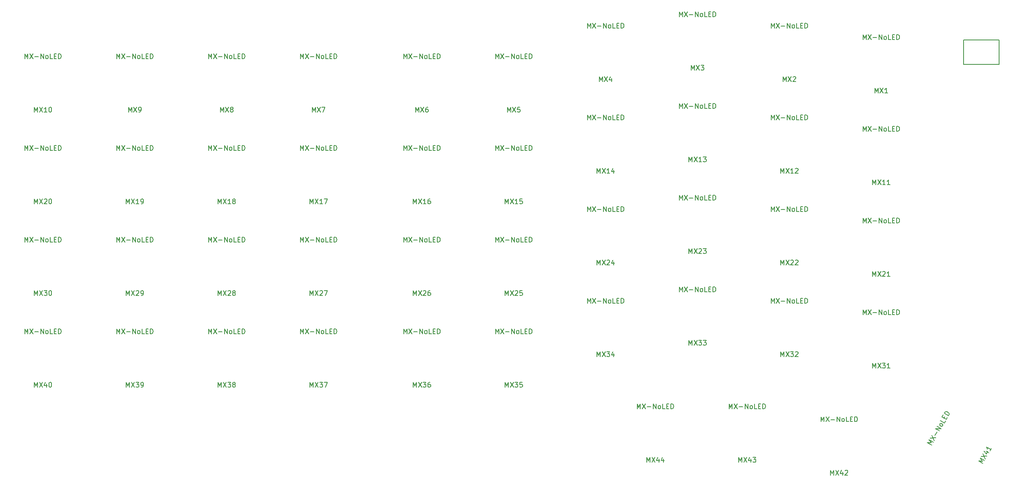
<source format=gbr>
%TF.GenerationSoftware,KiCad,Pcbnew,(5.1.9-0-10_14)*%
%TF.CreationDate,2021-04-26T22:39:47-05:00*%
%TF.ProjectId,wren-numpad,7772656e-2d6e-4756-9d70-61642e6b6963,rev?*%
%TF.SameCoordinates,Original*%
%TF.FileFunction,OtherDrawing,Comment*%
%FSLAX46Y46*%
G04 Gerber Fmt 4.6, Leading zero omitted, Abs format (unit mm)*
G04 Created by KiCad (PCBNEW (5.1.9-0-10_14)) date 2021-04-26 22:39:47*
%MOMM*%
%LPD*%
G01*
G04 APERTURE LIST*
%ADD10C,0.200000*%
%ADD11C,0.150000*%
G04 APERTURE END LIST*
D10*
%TO.C,U1*%
X237744000Y-25146000D02*
X237744000Y-30226000D01*
X245110000Y-25146000D02*
X237744000Y-25146000D01*
X245110000Y-30226000D02*
X245110000Y-25146000D01*
X237744000Y-30226000D02*
X245110000Y-30226000D01*
%TD*%
%TO.C,MX21*%
D11*
X218900595Y-74271130D02*
X218900595Y-73271130D01*
X219233928Y-73985416D01*
X219567261Y-73271130D01*
X219567261Y-74271130D01*
X219948214Y-73271130D02*
X220614880Y-74271130D01*
X220614880Y-73271130D02*
X219948214Y-74271130D01*
X220948214Y-73366369D02*
X220995833Y-73318750D01*
X221091071Y-73271130D01*
X221329166Y-73271130D01*
X221424404Y-73318750D01*
X221472023Y-73366369D01*
X221519642Y-73461607D01*
X221519642Y-73556845D01*
X221472023Y-73699702D01*
X220900595Y-74271130D01*
X221519642Y-74271130D01*
X222472023Y-74271130D02*
X221900595Y-74271130D01*
X222186309Y-74271130D02*
X222186309Y-73271130D01*
X222091071Y-73413988D01*
X221995833Y-73509226D01*
X221900595Y-73556845D01*
X216900595Y-63158630D02*
X216900595Y-62158630D01*
X217233928Y-62872916D01*
X217567261Y-62158630D01*
X217567261Y-63158630D01*
X217948214Y-62158630D02*
X218614880Y-63158630D01*
X218614880Y-62158630D02*
X217948214Y-63158630D01*
X218995833Y-62777678D02*
X219757738Y-62777678D01*
X220233928Y-63158630D02*
X220233928Y-62158630D01*
X220805357Y-63158630D01*
X220805357Y-62158630D01*
X221424404Y-63158630D02*
X221329166Y-63111011D01*
X221281547Y-63063392D01*
X221233928Y-62968154D01*
X221233928Y-62682440D01*
X221281547Y-62587202D01*
X221329166Y-62539583D01*
X221424404Y-62491964D01*
X221567261Y-62491964D01*
X221662500Y-62539583D01*
X221710119Y-62587202D01*
X221757738Y-62682440D01*
X221757738Y-62968154D01*
X221710119Y-63063392D01*
X221662500Y-63111011D01*
X221567261Y-63158630D01*
X221424404Y-63158630D01*
X222662500Y-63158630D02*
X222186309Y-63158630D01*
X222186309Y-62158630D01*
X222995833Y-62634821D02*
X223329166Y-62634821D01*
X223472023Y-63158630D02*
X222995833Y-63158630D01*
X222995833Y-62158630D01*
X223472023Y-62158630D01*
X223900595Y-63158630D02*
X223900595Y-62158630D01*
X224138690Y-62158630D01*
X224281547Y-62206250D01*
X224376785Y-62301488D01*
X224424404Y-62396726D01*
X224472023Y-62587202D01*
X224472023Y-62730059D01*
X224424404Y-62920535D01*
X224376785Y-63015773D01*
X224281547Y-63111011D01*
X224138690Y-63158630D01*
X223900595Y-63158630D01*
%TO.C,MX41*%
X241744452Y-113099294D02*
X240878426Y-112599294D01*
X241663682Y-112667762D01*
X241211759Y-112021944D01*
X242077785Y-112521944D01*
X241402236Y-111692030D02*
X242601594Y-111614679D01*
X241735569Y-111114679D02*
X242268261Y-112192030D01*
X242429006Y-110580278D02*
X243006356Y-110913611D01*
X241980044Y-110595998D02*
X242479586Y-111159337D01*
X242789110Y-110623227D01*
X243530166Y-110006346D02*
X243244452Y-110501218D01*
X243387309Y-110253782D02*
X242521283Y-109753782D01*
X242597382Y-109907689D01*
X242632242Y-110037787D01*
X242625862Y-110144075D01*
X231120744Y-109275095D02*
X230254718Y-108775095D01*
X231039974Y-108843563D01*
X230588051Y-108197745D01*
X231454077Y-108697745D01*
X230778528Y-107867830D02*
X231977886Y-107790480D01*
X231111861Y-107290480D02*
X231644553Y-108367830D01*
X231838448Y-107270089D02*
X232219401Y-106610261D01*
X232787410Y-106388344D02*
X231921385Y-105888344D01*
X233073124Y-105893472D01*
X232207099Y-105393472D01*
X233382648Y-105357361D02*
X233293790Y-105416030D01*
X233228741Y-105433460D01*
X233122453Y-105427080D01*
X232875017Y-105284223D01*
X232816348Y-105195365D01*
X232798918Y-105130316D01*
X232805298Y-105024028D01*
X232876727Y-104900310D01*
X232965585Y-104841641D01*
X233030634Y-104824211D01*
X233136922Y-104830591D01*
X233384358Y-104973448D01*
X233443027Y-105062306D01*
X233460457Y-105127355D01*
X233454077Y-105233643D01*
X233382648Y-105357361D01*
X234001696Y-104285139D02*
X233763601Y-104697532D01*
X232897575Y-104197532D01*
X233714730Y-103734559D02*
X233881397Y-103445884D01*
X234406458Y-103584071D02*
X234168363Y-103996464D01*
X233302337Y-103496464D01*
X233540432Y-103084071D01*
X234620744Y-103212917D02*
X233754718Y-102712917D01*
X233873766Y-102506721D01*
X233986434Y-102406812D01*
X234116531Y-102371953D01*
X234222819Y-102378333D01*
X234411586Y-102432331D01*
X234535304Y-102503760D01*
X234676452Y-102640237D01*
X234735121Y-102729096D01*
X234769980Y-102859193D01*
X234739791Y-103006721D01*
X234620744Y-103212917D01*
%TO.C,MX10*%
X45069345Y-40139880D02*
X45069345Y-39139880D01*
X45402678Y-39854166D01*
X45736011Y-39139880D01*
X45736011Y-40139880D01*
X46116964Y-39139880D02*
X46783630Y-40139880D01*
X46783630Y-39139880D02*
X46116964Y-40139880D01*
X47688392Y-40139880D02*
X47116964Y-40139880D01*
X47402678Y-40139880D02*
X47402678Y-39139880D01*
X47307440Y-39282738D01*
X47212202Y-39377976D01*
X47116964Y-39425595D01*
X48307440Y-39139880D02*
X48402678Y-39139880D01*
X48497916Y-39187500D01*
X48545535Y-39235119D01*
X48593154Y-39330357D01*
X48640773Y-39520833D01*
X48640773Y-39758928D01*
X48593154Y-39949404D01*
X48545535Y-40044642D01*
X48497916Y-40092261D01*
X48402678Y-40139880D01*
X48307440Y-40139880D01*
X48212202Y-40092261D01*
X48164583Y-40044642D01*
X48116964Y-39949404D01*
X48069345Y-39758928D01*
X48069345Y-39520833D01*
X48116964Y-39330357D01*
X48164583Y-39235119D01*
X48212202Y-39187500D01*
X48307440Y-39139880D01*
X43069345Y-29027380D02*
X43069345Y-28027380D01*
X43402678Y-28741666D01*
X43736011Y-28027380D01*
X43736011Y-29027380D01*
X44116964Y-28027380D02*
X44783630Y-29027380D01*
X44783630Y-28027380D02*
X44116964Y-29027380D01*
X45164583Y-28646428D02*
X45926488Y-28646428D01*
X46402678Y-29027380D02*
X46402678Y-28027380D01*
X46974107Y-29027380D01*
X46974107Y-28027380D01*
X47593154Y-29027380D02*
X47497916Y-28979761D01*
X47450297Y-28932142D01*
X47402678Y-28836904D01*
X47402678Y-28551190D01*
X47450297Y-28455952D01*
X47497916Y-28408333D01*
X47593154Y-28360714D01*
X47736011Y-28360714D01*
X47831250Y-28408333D01*
X47878869Y-28455952D01*
X47926488Y-28551190D01*
X47926488Y-28836904D01*
X47878869Y-28932142D01*
X47831250Y-28979761D01*
X47736011Y-29027380D01*
X47593154Y-29027380D01*
X48831250Y-29027380D02*
X48355059Y-29027380D01*
X48355059Y-28027380D01*
X49164583Y-28503571D02*
X49497916Y-28503571D01*
X49640773Y-29027380D02*
X49164583Y-29027380D01*
X49164583Y-28027380D01*
X49640773Y-28027380D01*
X50069345Y-29027380D02*
X50069345Y-28027380D01*
X50307440Y-28027380D01*
X50450297Y-28075000D01*
X50545535Y-28170238D01*
X50593154Y-28265476D01*
X50640773Y-28455952D01*
X50640773Y-28598809D01*
X50593154Y-28789285D01*
X50545535Y-28884523D01*
X50450297Y-28979761D01*
X50307440Y-29027380D01*
X50069345Y-29027380D01*
%TO.C,MX15*%
X142700595Y-59189880D02*
X142700595Y-58189880D01*
X143033928Y-58904166D01*
X143367261Y-58189880D01*
X143367261Y-59189880D01*
X143748214Y-58189880D02*
X144414880Y-59189880D01*
X144414880Y-58189880D02*
X143748214Y-59189880D01*
X145319642Y-59189880D02*
X144748214Y-59189880D01*
X145033928Y-59189880D02*
X145033928Y-58189880D01*
X144938690Y-58332738D01*
X144843452Y-58427976D01*
X144748214Y-58475595D01*
X146224404Y-58189880D02*
X145748214Y-58189880D01*
X145700595Y-58666071D01*
X145748214Y-58618452D01*
X145843452Y-58570833D01*
X146081547Y-58570833D01*
X146176785Y-58618452D01*
X146224404Y-58666071D01*
X146272023Y-58761309D01*
X146272023Y-58999404D01*
X146224404Y-59094642D01*
X146176785Y-59142261D01*
X146081547Y-59189880D01*
X145843452Y-59189880D01*
X145748214Y-59142261D01*
X145700595Y-59094642D01*
X140700595Y-48077380D02*
X140700595Y-47077380D01*
X141033928Y-47791666D01*
X141367261Y-47077380D01*
X141367261Y-48077380D01*
X141748214Y-47077380D02*
X142414880Y-48077380D01*
X142414880Y-47077380D02*
X141748214Y-48077380D01*
X142795833Y-47696428D02*
X143557738Y-47696428D01*
X144033928Y-48077380D02*
X144033928Y-47077380D01*
X144605357Y-48077380D01*
X144605357Y-47077380D01*
X145224404Y-48077380D02*
X145129166Y-48029761D01*
X145081547Y-47982142D01*
X145033928Y-47886904D01*
X145033928Y-47601190D01*
X145081547Y-47505952D01*
X145129166Y-47458333D01*
X145224404Y-47410714D01*
X145367261Y-47410714D01*
X145462500Y-47458333D01*
X145510119Y-47505952D01*
X145557738Y-47601190D01*
X145557738Y-47886904D01*
X145510119Y-47982142D01*
X145462500Y-48029761D01*
X145367261Y-48077380D01*
X145224404Y-48077380D01*
X146462500Y-48077380D02*
X145986309Y-48077380D01*
X145986309Y-47077380D01*
X146795833Y-47553571D02*
X147129166Y-47553571D01*
X147272023Y-48077380D02*
X146795833Y-48077380D01*
X146795833Y-47077380D01*
X147272023Y-47077380D01*
X147700595Y-48077380D02*
X147700595Y-47077380D01*
X147938690Y-47077380D01*
X148081547Y-47125000D01*
X148176785Y-47220238D01*
X148224404Y-47315476D01*
X148272023Y-47505952D01*
X148272023Y-47648809D01*
X148224404Y-47839285D01*
X148176785Y-47934523D01*
X148081547Y-48029761D01*
X147938690Y-48077380D01*
X147700595Y-48077380D01*
%TO.C,MX44*%
X172063095Y-112879130D02*
X172063095Y-111879130D01*
X172396428Y-112593416D01*
X172729761Y-111879130D01*
X172729761Y-112879130D01*
X173110714Y-111879130D02*
X173777380Y-112879130D01*
X173777380Y-111879130D02*
X173110714Y-112879130D01*
X174586904Y-112212464D02*
X174586904Y-112879130D01*
X174348809Y-111831511D02*
X174110714Y-112545797D01*
X174729761Y-112545797D01*
X175539285Y-112212464D02*
X175539285Y-112879130D01*
X175301190Y-111831511D02*
X175063095Y-112545797D01*
X175682142Y-112545797D01*
X170063095Y-101766630D02*
X170063095Y-100766630D01*
X170396428Y-101480916D01*
X170729761Y-100766630D01*
X170729761Y-101766630D01*
X171110714Y-100766630D02*
X171777380Y-101766630D01*
X171777380Y-100766630D02*
X171110714Y-101766630D01*
X172158333Y-101385678D02*
X172920238Y-101385678D01*
X173396428Y-101766630D02*
X173396428Y-100766630D01*
X173967857Y-101766630D01*
X173967857Y-100766630D01*
X174586904Y-101766630D02*
X174491666Y-101719011D01*
X174444047Y-101671392D01*
X174396428Y-101576154D01*
X174396428Y-101290440D01*
X174444047Y-101195202D01*
X174491666Y-101147583D01*
X174586904Y-101099964D01*
X174729761Y-101099964D01*
X174825000Y-101147583D01*
X174872619Y-101195202D01*
X174920238Y-101290440D01*
X174920238Y-101576154D01*
X174872619Y-101671392D01*
X174825000Y-101719011D01*
X174729761Y-101766630D01*
X174586904Y-101766630D01*
X175825000Y-101766630D02*
X175348809Y-101766630D01*
X175348809Y-100766630D01*
X176158333Y-101242821D02*
X176491666Y-101242821D01*
X176634523Y-101766630D02*
X176158333Y-101766630D01*
X176158333Y-100766630D01*
X176634523Y-100766630D01*
X177063095Y-101766630D02*
X177063095Y-100766630D01*
X177301190Y-100766630D01*
X177444047Y-100814250D01*
X177539285Y-100909488D01*
X177586904Y-101004726D01*
X177634523Y-101195202D01*
X177634523Y-101338059D01*
X177586904Y-101528535D01*
X177539285Y-101623773D01*
X177444047Y-101719011D01*
X177301190Y-101766630D01*
X177063095Y-101766630D01*
%TO.C,MX43*%
X191113095Y-112879130D02*
X191113095Y-111879130D01*
X191446428Y-112593416D01*
X191779761Y-111879130D01*
X191779761Y-112879130D01*
X192160714Y-111879130D02*
X192827380Y-112879130D01*
X192827380Y-111879130D02*
X192160714Y-112879130D01*
X193636904Y-112212464D02*
X193636904Y-112879130D01*
X193398809Y-111831511D02*
X193160714Y-112545797D01*
X193779761Y-112545797D01*
X194065476Y-111879130D02*
X194684523Y-111879130D01*
X194351190Y-112260083D01*
X194494047Y-112260083D01*
X194589285Y-112307702D01*
X194636904Y-112355321D01*
X194684523Y-112450559D01*
X194684523Y-112688654D01*
X194636904Y-112783892D01*
X194589285Y-112831511D01*
X194494047Y-112879130D01*
X194208333Y-112879130D01*
X194113095Y-112831511D01*
X194065476Y-112783892D01*
X189113095Y-101766630D02*
X189113095Y-100766630D01*
X189446428Y-101480916D01*
X189779761Y-100766630D01*
X189779761Y-101766630D01*
X190160714Y-100766630D02*
X190827380Y-101766630D01*
X190827380Y-100766630D02*
X190160714Y-101766630D01*
X191208333Y-101385678D02*
X191970238Y-101385678D01*
X192446428Y-101766630D02*
X192446428Y-100766630D01*
X193017857Y-101766630D01*
X193017857Y-100766630D01*
X193636904Y-101766630D02*
X193541666Y-101719011D01*
X193494047Y-101671392D01*
X193446428Y-101576154D01*
X193446428Y-101290440D01*
X193494047Y-101195202D01*
X193541666Y-101147583D01*
X193636904Y-101099964D01*
X193779761Y-101099964D01*
X193875000Y-101147583D01*
X193922619Y-101195202D01*
X193970238Y-101290440D01*
X193970238Y-101576154D01*
X193922619Y-101671392D01*
X193875000Y-101719011D01*
X193779761Y-101766630D01*
X193636904Y-101766630D01*
X194875000Y-101766630D02*
X194398809Y-101766630D01*
X194398809Y-100766630D01*
X195208333Y-101242821D02*
X195541666Y-101242821D01*
X195684523Y-101766630D02*
X195208333Y-101766630D01*
X195208333Y-100766630D01*
X195684523Y-100766630D01*
X196113095Y-101766630D02*
X196113095Y-100766630D01*
X196351190Y-100766630D01*
X196494047Y-100814250D01*
X196589285Y-100909488D01*
X196636904Y-101004726D01*
X196684523Y-101195202D01*
X196684523Y-101338059D01*
X196636904Y-101528535D01*
X196589285Y-101623773D01*
X196494047Y-101719011D01*
X196351190Y-101766630D01*
X196113095Y-101766630D01*
%TO.C,MX42*%
X210163095Y-115546130D02*
X210163095Y-114546130D01*
X210496428Y-115260416D01*
X210829761Y-114546130D01*
X210829761Y-115546130D01*
X211210714Y-114546130D02*
X211877380Y-115546130D01*
X211877380Y-114546130D02*
X211210714Y-115546130D01*
X212686904Y-114879464D02*
X212686904Y-115546130D01*
X212448809Y-114498511D02*
X212210714Y-115212797D01*
X212829761Y-115212797D01*
X213163095Y-114641369D02*
X213210714Y-114593750D01*
X213305952Y-114546130D01*
X213544047Y-114546130D01*
X213639285Y-114593750D01*
X213686904Y-114641369D01*
X213734523Y-114736607D01*
X213734523Y-114831845D01*
X213686904Y-114974702D01*
X213115476Y-115546130D01*
X213734523Y-115546130D01*
X208163095Y-104433630D02*
X208163095Y-103433630D01*
X208496428Y-104147916D01*
X208829761Y-103433630D01*
X208829761Y-104433630D01*
X209210714Y-103433630D02*
X209877380Y-104433630D01*
X209877380Y-103433630D02*
X209210714Y-104433630D01*
X210258333Y-104052678D02*
X211020238Y-104052678D01*
X211496428Y-104433630D02*
X211496428Y-103433630D01*
X212067857Y-104433630D01*
X212067857Y-103433630D01*
X212686904Y-104433630D02*
X212591666Y-104386011D01*
X212544047Y-104338392D01*
X212496428Y-104243154D01*
X212496428Y-103957440D01*
X212544047Y-103862202D01*
X212591666Y-103814583D01*
X212686904Y-103766964D01*
X212829761Y-103766964D01*
X212925000Y-103814583D01*
X212972619Y-103862202D01*
X213020238Y-103957440D01*
X213020238Y-104243154D01*
X212972619Y-104338392D01*
X212925000Y-104386011D01*
X212829761Y-104433630D01*
X212686904Y-104433630D01*
X213925000Y-104433630D02*
X213448809Y-104433630D01*
X213448809Y-103433630D01*
X214258333Y-103909821D02*
X214591666Y-103909821D01*
X214734523Y-104433630D02*
X214258333Y-104433630D01*
X214258333Y-103433630D01*
X214734523Y-103433630D01*
X215163095Y-104433630D02*
X215163095Y-103433630D01*
X215401190Y-103433630D01*
X215544047Y-103481250D01*
X215639285Y-103576488D01*
X215686904Y-103671726D01*
X215734523Y-103862202D01*
X215734523Y-104005059D01*
X215686904Y-104195535D01*
X215639285Y-104290773D01*
X215544047Y-104386011D01*
X215401190Y-104433630D01*
X215163095Y-104433630D01*
%TO.C,MX40*%
X45069345Y-97289880D02*
X45069345Y-96289880D01*
X45402678Y-97004166D01*
X45736011Y-96289880D01*
X45736011Y-97289880D01*
X46116964Y-96289880D02*
X46783630Y-97289880D01*
X46783630Y-96289880D02*
X46116964Y-97289880D01*
X47593154Y-96623214D02*
X47593154Y-97289880D01*
X47355059Y-96242261D02*
X47116964Y-96956547D01*
X47736011Y-96956547D01*
X48307440Y-96289880D02*
X48402678Y-96289880D01*
X48497916Y-96337500D01*
X48545535Y-96385119D01*
X48593154Y-96480357D01*
X48640773Y-96670833D01*
X48640773Y-96908928D01*
X48593154Y-97099404D01*
X48545535Y-97194642D01*
X48497916Y-97242261D01*
X48402678Y-97289880D01*
X48307440Y-97289880D01*
X48212202Y-97242261D01*
X48164583Y-97194642D01*
X48116964Y-97099404D01*
X48069345Y-96908928D01*
X48069345Y-96670833D01*
X48116964Y-96480357D01*
X48164583Y-96385119D01*
X48212202Y-96337500D01*
X48307440Y-96289880D01*
X43069345Y-86177380D02*
X43069345Y-85177380D01*
X43402678Y-85891666D01*
X43736011Y-85177380D01*
X43736011Y-86177380D01*
X44116964Y-85177380D02*
X44783630Y-86177380D01*
X44783630Y-85177380D02*
X44116964Y-86177380D01*
X45164583Y-85796428D02*
X45926488Y-85796428D01*
X46402678Y-86177380D02*
X46402678Y-85177380D01*
X46974107Y-86177380D01*
X46974107Y-85177380D01*
X47593154Y-86177380D02*
X47497916Y-86129761D01*
X47450297Y-86082142D01*
X47402678Y-85986904D01*
X47402678Y-85701190D01*
X47450297Y-85605952D01*
X47497916Y-85558333D01*
X47593154Y-85510714D01*
X47736011Y-85510714D01*
X47831250Y-85558333D01*
X47878869Y-85605952D01*
X47926488Y-85701190D01*
X47926488Y-85986904D01*
X47878869Y-86082142D01*
X47831250Y-86129761D01*
X47736011Y-86177380D01*
X47593154Y-86177380D01*
X48831250Y-86177380D02*
X48355059Y-86177380D01*
X48355059Y-85177380D01*
X49164583Y-85653571D02*
X49497916Y-85653571D01*
X49640773Y-86177380D02*
X49164583Y-86177380D01*
X49164583Y-85177380D01*
X49640773Y-85177380D01*
X50069345Y-86177380D02*
X50069345Y-85177380D01*
X50307440Y-85177380D01*
X50450297Y-85225000D01*
X50545535Y-85320238D01*
X50593154Y-85415476D01*
X50640773Y-85605952D01*
X50640773Y-85748809D01*
X50593154Y-85939285D01*
X50545535Y-86034523D01*
X50450297Y-86129761D01*
X50307440Y-86177380D01*
X50069345Y-86177380D01*
%TO.C,MX39*%
X64119345Y-97289880D02*
X64119345Y-96289880D01*
X64452678Y-97004166D01*
X64786011Y-96289880D01*
X64786011Y-97289880D01*
X65166964Y-96289880D02*
X65833630Y-97289880D01*
X65833630Y-96289880D02*
X65166964Y-97289880D01*
X66119345Y-96289880D02*
X66738392Y-96289880D01*
X66405059Y-96670833D01*
X66547916Y-96670833D01*
X66643154Y-96718452D01*
X66690773Y-96766071D01*
X66738392Y-96861309D01*
X66738392Y-97099404D01*
X66690773Y-97194642D01*
X66643154Y-97242261D01*
X66547916Y-97289880D01*
X66262202Y-97289880D01*
X66166964Y-97242261D01*
X66119345Y-97194642D01*
X67214583Y-97289880D02*
X67405059Y-97289880D01*
X67500297Y-97242261D01*
X67547916Y-97194642D01*
X67643154Y-97051785D01*
X67690773Y-96861309D01*
X67690773Y-96480357D01*
X67643154Y-96385119D01*
X67595535Y-96337500D01*
X67500297Y-96289880D01*
X67309821Y-96289880D01*
X67214583Y-96337500D01*
X67166964Y-96385119D01*
X67119345Y-96480357D01*
X67119345Y-96718452D01*
X67166964Y-96813690D01*
X67214583Y-96861309D01*
X67309821Y-96908928D01*
X67500297Y-96908928D01*
X67595535Y-96861309D01*
X67643154Y-96813690D01*
X67690773Y-96718452D01*
X62119345Y-86177380D02*
X62119345Y-85177380D01*
X62452678Y-85891666D01*
X62786011Y-85177380D01*
X62786011Y-86177380D01*
X63166964Y-85177380D02*
X63833630Y-86177380D01*
X63833630Y-85177380D02*
X63166964Y-86177380D01*
X64214583Y-85796428D02*
X64976488Y-85796428D01*
X65452678Y-86177380D02*
X65452678Y-85177380D01*
X66024107Y-86177380D01*
X66024107Y-85177380D01*
X66643154Y-86177380D02*
X66547916Y-86129761D01*
X66500297Y-86082142D01*
X66452678Y-85986904D01*
X66452678Y-85701190D01*
X66500297Y-85605952D01*
X66547916Y-85558333D01*
X66643154Y-85510714D01*
X66786011Y-85510714D01*
X66881250Y-85558333D01*
X66928869Y-85605952D01*
X66976488Y-85701190D01*
X66976488Y-85986904D01*
X66928869Y-86082142D01*
X66881250Y-86129761D01*
X66786011Y-86177380D01*
X66643154Y-86177380D01*
X67881250Y-86177380D02*
X67405059Y-86177380D01*
X67405059Y-85177380D01*
X68214583Y-85653571D02*
X68547916Y-85653571D01*
X68690773Y-86177380D02*
X68214583Y-86177380D01*
X68214583Y-85177380D01*
X68690773Y-85177380D01*
X69119345Y-86177380D02*
X69119345Y-85177380D01*
X69357440Y-85177380D01*
X69500297Y-85225000D01*
X69595535Y-85320238D01*
X69643154Y-85415476D01*
X69690773Y-85605952D01*
X69690773Y-85748809D01*
X69643154Y-85939285D01*
X69595535Y-86034523D01*
X69500297Y-86129761D01*
X69357440Y-86177380D01*
X69119345Y-86177380D01*
%TO.C,MX38*%
X83169345Y-97289880D02*
X83169345Y-96289880D01*
X83502678Y-97004166D01*
X83836011Y-96289880D01*
X83836011Y-97289880D01*
X84216964Y-96289880D02*
X84883630Y-97289880D01*
X84883630Y-96289880D02*
X84216964Y-97289880D01*
X85169345Y-96289880D02*
X85788392Y-96289880D01*
X85455059Y-96670833D01*
X85597916Y-96670833D01*
X85693154Y-96718452D01*
X85740773Y-96766071D01*
X85788392Y-96861309D01*
X85788392Y-97099404D01*
X85740773Y-97194642D01*
X85693154Y-97242261D01*
X85597916Y-97289880D01*
X85312202Y-97289880D01*
X85216964Y-97242261D01*
X85169345Y-97194642D01*
X86359821Y-96718452D02*
X86264583Y-96670833D01*
X86216964Y-96623214D01*
X86169345Y-96527976D01*
X86169345Y-96480357D01*
X86216964Y-96385119D01*
X86264583Y-96337500D01*
X86359821Y-96289880D01*
X86550297Y-96289880D01*
X86645535Y-96337500D01*
X86693154Y-96385119D01*
X86740773Y-96480357D01*
X86740773Y-96527976D01*
X86693154Y-96623214D01*
X86645535Y-96670833D01*
X86550297Y-96718452D01*
X86359821Y-96718452D01*
X86264583Y-96766071D01*
X86216964Y-96813690D01*
X86169345Y-96908928D01*
X86169345Y-97099404D01*
X86216964Y-97194642D01*
X86264583Y-97242261D01*
X86359821Y-97289880D01*
X86550297Y-97289880D01*
X86645535Y-97242261D01*
X86693154Y-97194642D01*
X86740773Y-97099404D01*
X86740773Y-96908928D01*
X86693154Y-96813690D01*
X86645535Y-96766071D01*
X86550297Y-96718452D01*
X81169345Y-86177380D02*
X81169345Y-85177380D01*
X81502678Y-85891666D01*
X81836011Y-85177380D01*
X81836011Y-86177380D01*
X82216964Y-85177380D02*
X82883630Y-86177380D01*
X82883630Y-85177380D02*
X82216964Y-86177380D01*
X83264583Y-85796428D02*
X84026488Y-85796428D01*
X84502678Y-86177380D02*
X84502678Y-85177380D01*
X85074107Y-86177380D01*
X85074107Y-85177380D01*
X85693154Y-86177380D02*
X85597916Y-86129761D01*
X85550297Y-86082142D01*
X85502678Y-85986904D01*
X85502678Y-85701190D01*
X85550297Y-85605952D01*
X85597916Y-85558333D01*
X85693154Y-85510714D01*
X85836011Y-85510714D01*
X85931250Y-85558333D01*
X85978869Y-85605952D01*
X86026488Y-85701190D01*
X86026488Y-85986904D01*
X85978869Y-86082142D01*
X85931250Y-86129761D01*
X85836011Y-86177380D01*
X85693154Y-86177380D01*
X86931250Y-86177380D02*
X86455059Y-86177380D01*
X86455059Y-85177380D01*
X87264583Y-85653571D02*
X87597916Y-85653571D01*
X87740773Y-86177380D02*
X87264583Y-86177380D01*
X87264583Y-85177380D01*
X87740773Y-85177380D01*
X88169345Y-86177380D02*
X88169345Y-85177380D01*
X88407440Y-85177380D01*
X88550297Y-85225000D01*
X88645535Y-85320238D01*
X88693154Y-85415476D01*
X88740773Y-85605952D01*
X88740773Y-85748809D01*
X88693154Y-85939285D01*
X88645535Y-86034523D01*
X88550297Y-86129761D01*
X88407440Y-86177380D01*
X88169345Y-86177380D01*
%TO.C,MX37*%
X102219345Y-97289880D02*
X102219345Y-96289880D01*
X102552678Y-97004166D01*
X102886011Y-96289880D01*
X102886011Y-97289880D01*
X103266964Y-96289880D02*
X103933630Y-97289880D01*
X103933630Y-96289880D02*
X103266964Y-97289880D01*
X104219345Y-96289880D02*
X104838392Y-96289880D01*
X104505059Y-96670833D01*
X104647916Y-96670833D01*
X104743154Y-96718452D01*
X104790773Y-96766071D01*
X104838392Y-96861309D01*
X104838392Y-97099404D01*
X104790773Y-97194642D01*
X104743154Y-97242261D01*
X104647916Y-97289880D01*
X104362202Y-97289880D01*
X104266964Y-97242261D01*
X104219345Y-97194642D01*
X105171726Y-96289880D02*
X105838392Y-96289880D01*
X105409821Y-97289880D01*
X100219345Y-86177380D02*
X100219345Y-85177380D01*
X100552678Y-85891666D01*
X100886011Y-85177380D01*
X100886011Y-86177380D01*
X101266964Y-85177380D02*
X101933630Y-86177380D01*
X101933630Y-85177380D02*
X101266964Y-86177380D01*
X102314583Y-85796428D02*
X103076488Y-85796428D01*
X103552678Y-86177380D02*
X103552678Y-85177380D01*
X104124107Y-86177380D01*
X104124107Y-85177380D01*
X104743154Y-86177380D02*
X104647916Y-86129761D01*
X104600297Y-86082142D01*
X104552678Y-85986904D01*
X104552678Y-85701190D01*
X104600297Y-85605952D01*
X104647916Y-85558333D01*
X104743154Y-85510714D01*
X104886011Y-85510714D01*
X104981250Y-85558333D01*
X105028869Y-85605952D01*
X105076488Y-85701190D01*
X105076488Y-85986904D01*
X105028869Y-86082142D01*
X104981250Y-86129761D01*
X104886011Y-86177380D01*
X104743154Y-86177380D01*
X105981250Y-86177380D02*
X105505059Y-86177380D01*
X105505059Y-85177380D01*
X106314583Y-85653571D02*
X106647916Y-85653571D01*
X106790773Y-86177380D02*
X106314583Y-86177380D01*
X106314583Y-85177380D01*
X106790773Y-85177380D01*
X107219345Y-86177380D02*
X107219345Y-85177380D01*
X107457440Y-85177380D01*
X107600297Y-85225000D01*
X107695535Y-85320238D01*
X107743154Y-85415476D01*
X107790773Y-85605952D01*
X107790773Y-85748809D01*
X107743154Y-85939285D01*
X107695535Y-86034523D01*
X107600297Y-86129761D01*
X107457440Y-86177380D01*
X107219345Y-86177380D01*
%TO.C,MX36*%
X123650595Y-97289880D02*
X123650595Y-96289880D01*
X123983928Y-97004166D01*
X124317261Y-96289880D01*
X124317261Y-97289880D01*
X124698214Y-96289880D02*
X125364880Y-97289880D01*
X125364880Y-96289880D02*
X124698214Y-97289880D01*
X125650595Y-96289880D02*
X126269642Y-96289880D01*
X125936309Y-96670833D01*
X126079166Y-96670833D01*
X126174404Y-96718452D01*
X126222023Y-96766071D01*
X126269642Y-96861309D01*
X126269642Y-97099404D01*
X126222023Y-97194642D01*
X126174404Y-97242261D01*
X126079166Y-97289880D01*
X125793452Y-97289880D01*
X125698214Y-97242261D01*
X125650595Y-97194642D01*
X127126785Y-96289880D02*
X126936309Y-96289880D01*
X126841071Y-96337500D01*
X126793452Y-96385119D01*
X126698214Y-96527976D01*
X126650595Y-96718452D01*
X126650595Y-97099404D01*
X126698214Y-97194642D01*
X126745833Y-97242261D01*
X126841071Y-97289880D01*
X127031547Y-97289880D01*
X127126785Y-97242261D01*
X127174404Y-97194642D01*
X127222023Y-97099404D01*
X127222023Y-96861309D01*
X127174404Y-96766071D01*
X127126785Y-96718452D01*
X127031547Y-96670833D01*
X126841071Y-96670833D01*
X126745833Y-96718452D01*
X126698214Y-96766071D01*
X126650595Y-96861309D01*
X121650595Y-86177380D02*
X121650595Y-85177380D01*
X121983928Y-85891666D01*
X122317261Y-85177380D01*
X122317261Y-86177380D01*
X122698214Y-85177380D02*
X123364880Y-86177380D01*
X123364880Y-85177380D02*
X122698214Y-86177380D01*
X123745833Y-85796428D02*
X124507738Y-85796428D01*
X124983928Y-86177380D02*
X124983928Y-85177380D01*
X125555357Y-86177380D01*
X125555357Y-85177380D01*
X126174404Y-86177380D02*
X126079166Y-86129761D01*
X126031547Y-86082142D01*
X125983928Y-85986904D01*
X125983928Y-85701190D01*
X126031547Y-85605952D01*
X126079166Y-85558333D01*
X126174404Y-85510714D01*
X126317261Y-85510714D01*
X126412500Y-85558333D01*
X126460119Y-85605952D01*
X126507738Y-85701190D01*
X126507738Y-85986904D01*
X126460119Y-86082142D01*
X126412500Y-86129761D01*
X126317261Y-86177380D01*
X126174404Y-86177380D01*
X127412500Y-86177380D02*
X126936309Y-86177380D01*
X126936309Y-85177380D01*
X127745833Y-85653571D02*
X128079166Y-85653571D01*
X128222023Y-86177380D02*
X127745833Y-86177380D01*
X127745833Y-85177380D01*
X128222023Y-85177380D01*
X128650595Y-86177380D02*
X128650595Y-85177380D01*
X128888690Y-85177380D01*
X129031547Y-85225000D01*
X129126785Y-85320238D01*
X129174404Y-85415476D01*
X129222023Y-85605952D01*
X129222023Y-85748809D01*
X129174404Y-85939285D01*
X129126785Y-86034523D01*
X129031547Y-86129761D01*
X128888690Y-86177380D01*
X128650595Y-86177380D01*
%TO.C,MX35*%
X142700595Y-97289880D02*
X142700595Y-96289880D01*
X143033928Y-97004166D01*
X143367261Y-96289880D01*
X143367261Y-97289880D01*
X143748214Y-96289880D02*
X144414880Y-97289880D01*
X144414880Y-96289880D02*
X143748214Y-97289880D01*
X144700595Y-96289880D02*
X145319642Y-96289880D01*
X144986309Y-96670833D01*
X145129166Y-96670833D01*
X145224404Y-96718452D01*
X145272023Y-96766071D01*
X145319642Y-96861309D01*
X145319642Y-97099404D01*
X145272023Y-97194642D01*
X145224404Y-97242261D01*
X145129166Y-97289880D01*
X144843452Y-97289880D01*
X144748214Y-97242261D01*
X144700595Y-97194642D01*
X146224404Y-96289880D02*
X145748214Y-96289880D01*
X145700595Y-96766071D01*
X145748214Y-96718452D01*
X145843452Y-96670833D01*
X146081547Y-96670833D01*
X146176785Y-96718452D01*
X146224404Y-96766071D01*
X146272023Y-96861309D01*
X146272023Y-97099404D01*
X146224404Y-97194642D01*
X146176785Y-97242261D01*
X146081547Y-97289880D01*
X145843452Y-97289880D01*
X145748214Y-97242261D01*
X145700595Y-97194642D01*
X140700595Y-86177380D02*
X140700595Y-85177380D01*
X141033928Y-85891666D01*
X141367261Y-85177380D01*
X141367261Y-86177380D01*
X141748214Y-85177380D02*
X142414880Y-86177380D01*
X142414880Y-85177380D02*
X141748214Y-86177380D01*
X142795833Y-85796428D02*
X143557738Y-85796428D01*
X144033928Y-86177380D02*
X144033928Y-85177380D01*
X144605357Y-86177380D01*
X144605357Y-85177380D01*
X145224404Y-86177380D02*
X145129166Y-86129761D01*
X145081547Y-86082142D01*
X145033928Y-85986904D01*
X145033928Y-85701190D01*
X145081547Y-85605952D01*
X145129166Y-85558333D01*
X145224404Y-85510714D01*
X145367261Y-85510714D01*
X145462500Y-85558333D01*
X145510119Y-85605952D01*
X145557738Y-85701190D01*
X145557738Y-85986904D01*
X145510119Y-86082142D01*
X145462500Y-86129761D01*
X145367261Y-86177380D01*
X145224404Y-86177380D01*
X146462500Y-86177380D02*
X145986309Y-86177380D01*
X145986309Y-85177380D01*
X146795833Y-85653571D02*
X147129166Y-85653571D01*
X147272023Y-86177380D02*
X146795833Y-86177380D01*
X146795833Y-85177380D01*
X147272023Y-85177380D01*
X147700595Y-86177380D02*
X147700595Y-85177380D01*
X147938690Y-85177380D01*
X148081547Y-85225000D01*
X148176785Y-85320238D01*
X148224404Y-85415476D01*
X148272023Y-85605952D01*
X148272023Y-85748809D01*
X148224404Y-85939285D01*
X148176785Y-86034523D01*
X148081547Y-86129761D01*
X147938690Y-86177380D01*
X147700595Y-86177380D01*
%TO.C,MX34*%
X161750595Y-90939880D02*
X161750595Y-89939880D01*
X162083928Y-90654166D01*
X162417261Y-89939880D01*
X162417261Y-90939880D01*
X162798214Y-89939880D02*
X163464880Y-90939880D01*
X163464880Y-89939880D02*
X162798214Y-90939880D01*
X163750595Y-89939880D02*
X164369642Y-89939880D01*
X164036309Y-90320833D01*
X164179166Y-90320833D01*
X164274404Y-90368452D01*
X164322023Y-90416071D01*
X164369642Y-90511309D01*
X164369642Y-90749404D01*
X164322023Y-90844642D01*
X164274404Y-90892261D01*
X164179166Y-90939880D01*
X163893452Y-90939880D01*
X163798214Y-90892261D01*
X163750595Y-90844642D01*
X165226785Y-90273214D02*
X165226785Y-90939880D01*
X164988690Y-89892261D02*
X164750595Y-90606547D01*
X165369642Y-90606547D01*
X159750595Y-79827380D02*
X159750595Y-78827380D01*
X160083928Y-79541666D01*
X160417261Y-78827380D01*
X160417261Y-79827380D01*
X160798214Y-78827380D02*
X161464880Y-79827380D01*
X161464880Y-78827380D02*
X160798214Y-79827380D01*
X161845833Y-79446428D02*
X162607738Y-79446428D01*
X163083928Y-79827380D02*
X163083928Y-78827380D01*
X163655357Y-79827380D01*
X163655357Y-78827380D01*
X164274404Y-79827380D02*
X164179166Y-79779761D01*
X164131547Y-79732142D01*
X164083928Y-79636904D01*
X164083928Y-79351190D01*
X164131547Y-79255952D01*
X164179166Y-79208333D01*
X164274404Y-79160714D01*
X164417261Y-79160714D01*
X164512500Y-79208333D01*
X164560119Y-79255952D01*
X164607738Y-79351190D01*
X164607738Y-79636904D01*
X164560119Y-79732142D01*
X164512500Y-79779761D01*
X164417261Y-79827380D01*
X164274404Y-79827380D01*
X165512500Y-79827380D02*
X165036309Y-79827380D01*
X165036309Y-78827380D01*
X165845833Y-79303571D02*
X166179166Y-79303571D01*
X166322023Y-79827380D02*
X165845833Y-79827380D01*
X165845833Y-78827380D01*
X166322023Y-78827380D01*
X166750595Y-79827380D02*
X166750595Y-78827380D01*
X166988690Y-78827380D01*
X167131547Y-78875000D01*
X167226785Y-78970238D01*
X167274404Y-79065476D01*
X167322023Y-79255952D01*
X167322023Y-79398809D01*
X167274404Y-79589285D01*
X167226785Y-79684523D01*
X167131547Y-79779761D01*
X166988690Y-79827380D01*
X166750595Y-79827380D01*
%TO.C,MX33*%
X180800595Y-88558630D02*
X180800595Y-87558630D01*
X181133928Y-88272916D01*
X181467261Y-87558630D01*
X181467261Y-88558630D01*
X181848214Y-87558630D02*
X182514880Y-88558630D01*
X182514880Y-87558630D02*
X181848214Y-88558630D01*
X182800595Y-87558630D02*
X183419642Y-87558630D01*
X183086309Y-87939583D01*
X183229166Y-87939583D01*
X183324404Y-87987202D01*
X183372023Y-88034821D01*
X183419642Y-88130059D01*
X183419642Y-88368154D01*
X183372023Y-88463392D01*
X183324404Y-88511011D01*
X183229166Y-88558630D01*
X182943452Y-88558630D01*
X182848214Y-88511011D01*
X182800595Y-88463392D01*
X183752976Y-87558630D02*
X184372023Y-87558630D01*
X184038690Y-87939583D01*
X184181547Y-87939583D01*
X184276785Y-87987202D01*
X184324404Y-88034821D01*
X184372023Y-88130059D01*
X184372023Y-88368154D01*
X184324404Y-88463392D01*
X184276785Y-88511011D01*
X184181547Y-88558630D01*
X183895833Y-88558630D01*
X183800595Y-88511011D01*
X183752976Y-88463392D01*
X178800595Y-77446130D02*
X178800595Y-76446130D01*
X179133928Y-77160416D01*
X179467261Y-76446130D01*
X179467261Y-77446130D01*
X179848214Y-76446130D02*
X180514880Y-77446130D01*
X180514880Y-76446130D02*
X179848214Y-77446130D01*
X180895833Y-77065178D02*
X181657738Y-77065178D01*
X182133928Y-77446130D02*
X182133928Y-76446130D01*
X182705357Y-77446130D01*
X182705357Y-76446130D01*
X183324404Y-77446130D02*
X183229166Y-77398511D01*
X183181547Y-77350892D01*
X183133928Y-77255654D01*
X183133928Y-76969940D01*
X183181547Y-76874702D01*
X183229166Y-76827083D01*
X183324404Y-76779464D01*
X183467261Y-76779464D01*
X183562500Y-76827083D01*
X183610119Y-76874702D01*
X183657738Y-76969940D01*
X183657738Y-77255654D01*
X183610119Y-77350892D01*
X183562500Y-77398511D01*
X183467261Y-77446130D01*
X183324404Y-77446130D01*
X184562500Y-77446130D02*
X184086309Y-77446130D01*
X184086309Y-76446130D01*
X184895833Y-76922321D02*
X185229166Y-76922321D01*
X185372023Y-77446130D02*
X184895833Y-77446130D01*
X184895833Y-76446130D01*
X185372023Y-76446130D01*
X185800595Y-77446130D02*
X185800595Y-76446130D01*
X186038690Y-76446130D01*
X186181547Y-76493750D01*
X186276785Y-76588988D01*
X186324404Y-76684226D01*
X186372023Y-76874702D01*
X186372023Y-77017559D01*
X186324404Y-77208035D01*
X186276785Y-77303273D01*
X186181547Y-77398511D01*
X186038690Y-77446130D01*
X185800595Y-77446130D01*
%TO.C,MX32*%
X199850595Y-90939880D02*
X199850595Y-89939880D01*
X200183928Y-90654166D01*
X200517261Y-89939880D01*
X200517261Y-90939880D01*
X200898214Y-89939880D02*
X201564880Y-90939880D01*
X201564880Y-89939880D02*
X200898214Y-90939880D01*
X201850595Y-89939880D02*
X202469642Y-89939880D01*
X202136309Y-90320833D01*
X202279166Y-90320833D01*
X202374404Y-90368452D01*
X202422023Y-90416071D01*
X202469642Y-90511309D01*
X202469642Y-90749404D01*
X202422023Y-90844642D01*
X202374404Y-90892261D01*
X202279166Y-90939880D01*
X201993452Y-90939880D01*
X201898214Y-90892261D01*
X201850595Y-90844642D01*
X202850595Y-90035119D02*
X202898214Y-89987500D01*
X202993452Y-89939880D01*
X203231547Y-89939880D01*
X203326785Y-89987500D01*
X203374404Y-90035119D01*
X203422023Y-90130357D01*
X203422023Y-90225595D01*
X203374404Y-90368452D01*
X202802976Y-90939880D01*
X203422023Y-90939880D01*
X197850595Y-79827380D02*
X197850595Y-78827380D01*
X198183928Y-79541666D01*
X198517261Y-78827380D01*
X198517261Y-79827380D01*
X198898214Y-78827380D02*
X199564880Y-79827380D01*
X199564880Y-78827380D02*
X198898214Y-79827380D01*
X199945833Y-79446428D02*
X200707738Y-79446428D01*
X201183928Y-79827380D02*
X201183928Y-78827380D01*
X201755357Y-79827380D01*
X201755357Y-78827380D01*
X202374404Y-79827380D02*
X202279166Y-79779761D01*
X202231547Y-79732142D01*
X202183928Y-79636904D01*
X202183928Y-79351190D01*
X202231547Y-79255952D01*
X202279166Y-79208333D01*
X202374404Y-79160714D01*
X202517261Y-79160714D01*
X202612500Y-79208333D01*
X202660119Y-79255952D01*
X202707738Y-79351190D01*
X202707738Y-79636904D01*
X202660119Y-79732142D01*
X202612500Y-79779761D01*
X202517261Y-79827380D01*
X202374404Y-79827380D01*
X203612500Y-79827380D02*
X203136309Y-79827380D01*
X203136309Y-78827380D01*
X203945833Y-79303571D02*
X204279166Y-79303571D01*
X204422023Y-79827380D02*
X203945833Y-79827380D01*
X203945833Y-78827380D01*
X204422023Y-78827380D01*
X204850595Y-79827380D02*
X204850595Y-78827380D01*
X205088690Y-78827380D01*
X205231547Y-78875000D01*
X205326785Y-78970238D01*
X205374404Y-79065476D01*
X205422023Y-79255952D01*
X205422023Y-79398809D01*
X205374404Y-79589285D01*
X205326785Y-79684523D01*
X205231547Y-79779761D01*
X205088690Y-79827380D01*
X204850595Y-79827380D01*
%TO.C,MX31*%
X218900595Y-93321130D02*
X218900595Y-92321130D01*
X219233928Y-93035416D01*
X219567261Y-92321130D01*
X219567261Y-93321130D01*
X219948214Y-92321130D02*
X220614880Y-93321130D01*
X220614880Y-92321130D02*
X219948214Y-93321130D01*
X220900595Y-92321130D02*
X221519642Y-92321130D01*
X221186309Y-92702083D01*
X221329166Y-92702083D01*
X221424404Y-92749702D01*
X221472023Y-92797321D01*
X221519642Y-92892559D01*
X221519642Y-93130654D01*
X221472023Y-93225892D01*
X221424404Y-93273511D01*
X221329166Y-93321130D01*
X221043452Y-93321130D01*
X220948214Y-93273511D01*
X220900595Y-93225892D01*
X222472023Y-93321130D02*
X221900595Y-93321130D01*
X222186309Y-93321130D02*
X222186309Y-92321130D01*
X222091071Y-92463988D01*
X221995833Y-92559226D01*
X221900595Y-92606845D01*
X216900595Y-82208630D02*
X216900595Y-81208630D01*
X217233928Y-81922916D01*
X217567261Y-81208630D01*
X217567261Y-82208630D01*
X217948214Y-81208630D02*
X218614880Y-82208630D01*
X218614880Y-81208630D02*
X217948214Y-82208630D01*
X218995833Y-81827678D02*
X219757738Y-81827678D01*
X220233928Y-82208630D02*
X220233928Y-81208630D01*
X220805357Y-82208630D01*
X220805357Y-81208630D01*
X221424404Y-82208630D02*
X221329166Y-82161011D01*
X221281547Y-82113392D01*
X221233928Y-82018154D01*
X221233928Y-81732440D01*
X221281547Y-81637202D01*
X221329166Y-81589583D01*
X221424404Y-81541964D01*
X221567261Y-81541964D01*
X221662500Y-81589583D01*
X221710119Y-81637202D01*
X221757738Y-81732440D01*
X221757738Y-82018154D01*
X221710119Y-82113392D01*
X221662500Y-82161011D01*
X221567261Y-82208630D01*
X221424404Y-82208630D01*
X222662500Y-82208630D02*
X222186309Y-82208630D01*
X222186309Y-81208630D01*
X222995833Y-81684821D02*
X223329166Y-81684821D01*
X223472023Y-82208630D02*
X222995833Y-82208630D01*
X222995833Y-81208630D01*
X223472023Y-81208630D01*
X223900595Y-82208630D02*
X223900595Y-81208630D01*
X224138690Y-81208630D01*
X224281547Y-81256250D01*
X224376785Y-81351488D01*
X224424404Y-81446726D01*
X224472023Y-81637202D01*
X224472023Y-81780059D01*
X224424404Y-81970535D01*
X224376785Y-82065773D01*
X224281547Y-82161011D01*
X224138690Y-82208630D01*
X223900595Y-82208630D01*
%TO.C,MX30*%
X45069345Y-78239880D02*
X45069345Y-77239880D01*
X45402678Y-77954166D01*
X45736011Y-77239880D01*
X45736011Y-78239880D01*
X46116964Y-77239880D02*
X46783630Y-78239880D01*
X46783630Y-77239880D02*
X46116964Y-78239880D01*
X47069345Y-77239880D02*
X47688392Y-77239880D01*
X47355059Y-77620833D01*
X47497916Y-77620833D01*
X47593154Y-77668452D01*
X47640773Y-77716071D01*
X47688392Y-77811309D01*
X47688392Y-78049404D01*
X47640773Y-78144642D01*
X47593154Y-78192261D01*
X47497916Y-78239880D01*
X47212202Y-78239880D01*
X47116964Y-78192261D01*
X47069345Y-78144642D01*
X48307440Y-77239880D02*
X48402678Y-77239880D01*
X48497916Y-77287500D01*
X48545535Y-77335119D01*
X48593154Y-77430357D01*
X48640773Y-77620833D01*
X48640773Y-77858928D01*
X48593154Y-78049404D01*
X48545535Y-78144642D01*
X48497916Y-78192261D01*
X48402678Y-78239880D01*
X48307440Y-78239880D01*
X48212202Y-78192261D01*
X48164583Y-78144642D01*
X48116964Y-78049404D01*
X48069345Y-77858928D01*
X48069345Y-77620833D01*
X48116964Y-77430357D01*
X48164583Y-77335119D01*
X48212202Y-77287500D01*
X48307440Y-77239880D01*
X43069345Y-67127380D02*
X43069345Y-66127380D01*
X43402678Y-66841666D01*
X43736011Y-66127380D01*
X43736011Y-67127380D01*
X44116964Y-66127380D02*
X44783630Y-67127380D01*
X44783630Y-66127380D02*
X44116964Y-67127380D01*
X45164583Y-66746428D02*
X45926488Y-66746428D01*
X46402678Y-67127380D02*
X46402678Y-66127380D01*
X46974107Y-67127380D01*
X46974107Y-66127380D01*
X47593154Y-67127380D02*
X47497916Y-67079761D01*
X47450297Y-67032142D01*
X47402678Y-66936904D01*
X47402678Y-66651190D01*
X47450297Y-66555952D01*
X47497916Y-66508333D01*
X47593154Y-66460714D01*
X47736011Y-66460714D01*
X47831250Y-66508333D01*
X47878869Y-66555952D01*
X47926488Y-66651190D01*
X47926488Y-66936904D01*
X47878869Y-67032142D01*
X47831250Y-67079761D01*
X47736011Y-67127380D01*
X47593154Y-67127380D01*
X48831250Y-67127380D02*
X48355059Y-67127380D01*
X48355059Y-66127380D01*
X49164583Y-66603571D02*
X49497916Y-66603571D01*
X49640773Y-67127380D02*
X49164583Y-67127380D01*
X49164583Y-66127380D01*
X49640773Y-66127380D01*
X50069345Y-67127380D02*
X50069345Y-66127380D01*
X50307440Y-66127380D01*
X50450297Y-66175000D01*
X50545535Y-66270238D01*
X50593154Y-66365476D01*
X50640773Y-66555952D01*
X50640773Y-66698809D01*
X50593154Y-66889285D01*
X50545535Y-66984523D01*
X50450297Y-67079761D01*
X50307440Y-67127380D01*
X50069345Y-67127380D01*
%TO.C,MX29*%
X64119345Y-78239880D02*
X64119345Y-77239880D01*
X64452678Y-77954166D01*
X64786011Y-77239880D01*
X64786011Y-78239880D01*
X65166964Y-77239880D02*
X65833630Y-78239880D01*
X65833630Y-77239880D02*
X65166964Y-78239880D01*
X66166964Y-77335119D02*
X66214583Y-77287500D01*
X66309821Y-77239880D01*
X66547916Y-77239880D01*
X66643154Y-77287500D01*
X66690773Y-77335119D01*
X66738392Y-77430357D01*
X66738392Y-77525595D01*
X66690773Y-77668452D01*
X66119345Y-78239880D01*
X66738392Y-78239880D01*
X67214583Y-78239880D02*
X67405059Y-78239880D01*
X67500297Y-78192261D01*
X67547916Y-78144642D01*
X67643154Y-78001785D01*
X67690773Y-77811309D01*
X67690773Y-77430357D01*
X67643154Y-77335119D01*
X67595535Y-77287500D01*
X67500297Y-77239880D01*
X67309821Y-77239880D01*
X67214583Y-77287500D01*
X67166964Y-77335119D01*
X67119345Y-77430357D01*
X67119345Y-77668452D01*
X67166964Y-77763690D01*
X67214583Y-77811309D01*
X67309821Y-77858928D01*
X67500297Y-77858928D01*
X67595535Y-77811309D01*
X67643154Y-77763690D01*
X67690773Y-77668452D01*
X62119345Y-67127380D02*
X62119345Y-66127380D01*
X62452678Y-66841666D01*
X62786011Y-66127380D01*
X62786011Y-67127380D01*
X63166964Y-66127380D02*
X63833630Y-67127380D01*
X63833630Y-66127380D02*
X63166964Y-67127380D01*
X64214583Y-66746428D02*
X64976488Y-66746428D01*
X65452678Y-67127380D02*
X65452678Y-66127380D01*
X66024107Y-67127380D01*
X66024107Y-66127380D01*
X66643154Y-67127380D02*
X66547916Y-67079761D01*
X66500297Y-67032142D01*
X66452678Y-66936904D01*
X66452678Y-66651190D01*
X66500297Y-66555952D01*
X66547916Y-66508333D01*
X66643154Y-66460714D01*
X66786011Y-66460714D01*
X66881250Y-66508333D01*
X66928869Y-66555952D01*
X66976488Y-66651190D01*
X66976488Y-66936904D01*
X66928869Y-67032142D01*
X66881250Y-67079761D01*
X66786011Y-67127380D01*
X66643154Y-67127380D01*
X67881250Y-67127380D02*
X67405059Y-67127380D01*
X67405059Y-66127380D01*
X68214583Y-66603571D02*
X68547916Y-66603571D01*
X68690773Y-67127380D02*
X68214583Y-67127380D01*
X68214583Y-66127380D01*
X68690773Y-66127380D01*
X69119345Y-67127380D02*
X69119345Y-66127380D01*
X69357440Y-66127380D01*
X69500297Y-66175000D01*
X69595535Y-66270238D01*
X69643154Y-66365476D01*
X69690773Y-66555952D01*
X69690773Y-66698809D01*
X69643154Y-66889285D01*
X69595535Y-66984523D01*
X69500297Y-67079761D01*
X69357440Y-67127380D01*
X69119345Y-67127380D01*
%TO.C,MX28*%
X83169345Y-78239880D02*
X83169345Y-77239880D01*
X83502678Y-77954166D01*
X83836011Y-77239880D01*
X83836011Y-78239880D01*
X84216964Y-77239880D02*
X84883630Y-78239880D01*
X84883630Y-77239880D02*
X84216964Y-78239880D01*
X85216964Y-77335119D02*
X85264583Y-77287500D01*
X85359821Y-77239880D01*
X85597916Y-77239880D01*
X85693154Y-77287500D01*
X85740773Y-77335119D01*
X85788392Y-77430357D01*
X85788392Y-77525595D01*
X85740773Y-77668452D01*
X85169345Y-78239880D01*
X85788392Y-78239880D01*
X86359821Y-77668452D02*
X86264583Y-77620833D01*
X86216964Y-77573214D01*
X86169345Y-77477976D01*
X86169345Y-77430357D01*
X86216964Y-77335119D01*
X86264583Y-77287500D01*
X86359821Y-77239880D01*
X86550297Y-77239880D01*
X86645535Y-77287500D01*
X86693154Y-77335119D01*
X86740773Y-77430357D01*
X86740773Y-77477976D01*
X86693154Y-77573214D01*
X86645535Y-77620833D01*
X86550297Y-77668452D01*
X86359821Y-77668452D01*
X86264583Y-77716071D01*
X86216964Y-77763690D01*
X86169345Y-77858928D01*
X86169345Y-78049404D01*
X86216964Y-78144642D01*
X86264583Y-78192261D01*
X86359821Y-78239880D01*
X86550297Y-78239880D01*
X86645535Y-78192261D01*
X86693154Y-78144642D01*
X86740773Y-78049404D01*
X86740773Y-77858928D01*
X86693154Y-77763690D01*
X86645535Y-77716071D01*
X86550297Y-77668452D01*
X81169345Y-67127380D02*
X81169345Y-66127380D01*
X81502678Y-66841666D01*
X81836011Y-66127380D01*
X81836011Y-67127380D01*
X82216964Y-66127380D02*
X82883630Y-67127380D01*
X82883630Y-66127380D02*
X82216964Y-67127380D01*
X83264583Y-66746428D02*
X84026488Y-66746428D01*
X84502678Y-67127380D02*
X84502678Y-66127380D01*
X85074107Y-67127380D01*
X85074107Y-66127380D01*
X85693154Y-67127380D02*
X85597916Y-67079761D01*
X85550297Y-67032142D01*
X85502678Y-66936904D01*
X85502678Y-66651190D01*
X85550297Y-66555952D01*
X85597916Y-66508333D01*
X85693154Y-66460714D01*
X85836011Y-66460714D01*
X85931250Y-66508333D01*
X85978869Y-66555952D01*
X86026488Y-66651190D01*
X86026488Y-66936904D01*
X85978869Y-67032142D01*
X85931250Y-67079761D01*
X85836011Y-67127380D01*
X85693154Y-67127380D01*
X86931250Y-67127380D02*
X86455059Y-67127380D01*
X86455059Y-66127380D01*
X87264583Y-66603571D02*
X87597916Y-66603571D01*
X87740773Y-67127380D02*
X87264583Y-67127380D01*
X87264583Y-66127380D01*
X87740773Y-66127380D01*
X88169345Y-67127380D02*
X88169345Y-66127380D01*
X88407440Y-66127380D01*
X88550297Y-66175000D01*
X88645535Y-66270238D01*
X88693154Y-66365476D01*
X88740773Y-66555952D01*
X88740773Y-66698809D01*
X88693154Y-66889285D01*
X88645535Y-66984523D01*
X88550297Y-67079761D01*
X88407440Y-67127380D01*
X88169345Y-67127380D01*
%TO.C,MX27*%
X102219345Y-78239880D02*
X102219345Y-77239880D01*
X102552678Y-77954166D01*
X102886011Y-77239880D01*
X102886011Y-78239880D01*
X103266964Y-77239880D02*
X103933630Y-78239880D01*
X103933630Y-77239880D02*
X103266964Y-78239880D01*
X104266964Y-77335119D02*
X104314583Y-77287500D01*
X104409821Y-77239880D01*
X104647916Y-77239880D01*
X104743154Y-77287500D01*
X104790773Y-77335119D01*
X104838392Y-77430357D01*
X104838392Y-77525595D01*
X104790773Y-77668452D01*
X104219345Y-78239880D01*
X104838392Y-78239880D01*
X105171726Y-77239880D02*
X105838392Y-77239880D01*
X105409821Y-78239880D01*
X100219345Y-67127380D02*
X100219345Y-66127380D01*
X100552678Y-66841666D01*
X100886011Y-66127380D01*
X100886011Y-67127380D01*
X101266964Y-66127380D02*
X101933630Y-67127380D01*
X101933630Y-66127380D02*
X101266964Y-67127380D01*
X102314583Y-66746428D02*
X103076488Y-66746428D01*
X103552678Y-67127380D02*
X103552678Y-66127380D01*
X104124107Y-67127380D01*
X104124107Y-66127380D01*
X104743154Y-67127380D02*
X104647916Y-67079761D01*
X104600297Y-67032142D01*
X104552678Y-66936904D01*
X104552678Y-66651190D01*
X104600297Y-66555952D01*
X104647916Y-66508333D01*
X104743154Y-66460714D01*
X104886011Y-66460714D01*
X104981250Y-66508333D01*
X105028869Y-66555952D01*
X105076488Y-66651190D01*
X105076488Y-66936904D01*
X105028869Y-67032142D01*
X104981250Y-67079761D01*
X104886011Y-67127380D01*
X104743154Y-67127380D01*
X105981250Y-67127380D02*
X105505059Y-67127380D01*
X105505059Y-66127380D01*
X106314583Y-66603571D02*
X106647916Y-66603571D01*
X106790773Y-67127380D02*
X106314583Y-67127380D01*
X106314583Y-66127380D01*
X106790773Y-66127380D01*
X107219345Y-67127380D02*
X107219345Y-66127380D01*
X107457440Y-66127380D01*
X107600297Y-66175000D01*
X107695535Y-66270238D01*
X107743154Y-66365476D01*
X107790773Y-66555952D01*
X107790773Y-66698809D01*
X107743154Y-66889285D01*
X107695535Y-66984523D01*
X107600297Y-67079761D01*
X107457440Y-67127380D01*
X107219345Y-67127380D01*
%TO.C,MX26*%
X123650595Y-78239880D02*
X123650595Y-77239880D01*
X123983928Y-77954166D01*
X124317261Y-77239880D01*
X124317261Y-78239880D01*
X124698214Y-77239880D02*
X125364880Y-78239880D01*
X125364880Y-77239880D02*
X124698214Y-78239880D01*
X125698214Y-77335119D02*
X125745833Y-77287500D01*
X125841071Y-77239880D01*
X126079166Y-77239880D01*
X126174404Y-77287500D01*
X126222023Y-77335119D01*
X126269642Y-77430357D01*
X126269642Y-77525595D01*
X126222023Y-77668452D01*
X125650595Y-78239880D01*
X126269642Y-78239880D01*
X127126785Y-77239880D02*
X126936309Y-77239880D01*
X126841071Y-77287500D01*
X126793452Y-77335119D01*
X126698214Y-77477976D01*
X126650595Y-77668452D01*
X126650595Y-78049404D01*
X126698214Y-78144642D01*
X126745833Y-78192261D01*
X126841071Y-78239880D01*
X127031547Y-78239880D01*
X127126785Y-78192261D01*
X127174404Y-78144642D01*
X127222023Y-78049404D01*
X127222023Y-77811309D01*
X127174404Y-77716071D01*
X127126785Y-77668452D01*
X127031547Y-77620833D01*
X126841071Y-77620833D01*
X126745833Y-77668452D01*
X126698214Y-77716071D01*
X126650595Y-77811309D01*
X121650595Y-67127380D02*
X121650595Y-66127380D01*
X121983928Y-66841666D01*
X122317261Y-66127380D01*
X122317261Y-67127380D01*
X122698214Y-66127380D02*
X123364880Y-67127380D01*
X123364880Y-66127380D02*
X122698214Y-67127380D01*
X123745833Y-66746428D02*
X124507738Y-66746428D01*
X124983928Y-67127380D02*
X124983928Y-66127380D01*
X125555357Y-67127380D01*
X125555357Y-66127380D01*
X126174404Y-67127380D02*
X126079166Y-67079761D01*
X126031547Y-67032142D01*
X125983928Y-66936904D01*
X125983928Y-66651190D01*
X126031547Y-66555952D01*
X126079166Y-66508333D01*
X126174404Y-66460714D01*
X126317261Y-66460714D01*
X126412500Y-66508333D01*
X126460119Y-66555952D01*
X126507738Y-66651190D01*
X126507738Y-66936904D01*
X126460119Y-67032142D01*
X126412500Y-67079761D01*
X126317261Y-67127380D01*
X126174404Y-67127380D01*
X127412500Y-67127380D02*
X126936309Y-67127380D01*
X126936309Y-66127380D01*
X127745833Y-66603571D02*
X128079166Y-66603571D01*
X128222023Y-67127380D02*
X127745833Y-67127380D01*
X127745833Y-66127380D01*
X128222023Y-66127380D01*
X128650595Y-67127380D02*
X128650595Y-66127380D01*
X128888690Y-66127380D01*
X129031547Y-66175000D01*
X129126785Y-66270238D01*
X129174404Y-66365476D01*
X129222023Y-66555952D01*
X129222023Y-66698809D01*
X129174404Y-66889285D01*
X129126785Y-66984523D01*
X129031547Y-67079761D01*
X128888690Y-67127380D01*
X128650595Y-67127380D01*
%TO.C,MX25*%
X142700595Y-78239880D02*
X142700595Y-77239880D01*
X143033928Y-77954166D01*
X143367261Y-77239880D01*
X143367261Y-78239880D01*
X143748214Y-77239880D02*
X144414880Y-78239880D01*
X144414880Y-77239880D02*
X143748214Y-78239880D01*
X144748214Y-77335119D02*
X144795833Y-77287500D01*
X144891071Y-77239880D01*
X145129166Y-77239880D01*
X145224404Y-77287500D01*
X145272023Y-77335119D01*
X145319642Y-77430357D01*
X145319642Y-77525595D01*
X145272023Y-77668452D01*
X144700595Y-78239880D01*
X145319642Y-78239880D01*
X146224404Y-77239880D02*
X145748214Y-77239880D01*
X145700595Y-77716071D01*
X145748214Y-77668452D01*
X145843452Y-77620833D01*
X146081547Y-77620833D01*
X146176785Y-77668452D01*
X146224404Y-77716071D01*
X146272023Y-77811309D01*
X146272023Y-78049404D01*
X146224404Y-78144642D01*
X146176785Y-78192261D01*
X146081547Y-78239880D01*
X145843452Y-78239880D01*
X145748214Y-78192261D01*
X145700595Y-78144642D01*
X140700595Y-67127380D02*
X140700595Y-66127380D01*
X141033928Y-66841666D01*
X141367261Y-66127380D01*
X141367261Y-67127380D01*
X141748214Y-66127380D02*
X142414880Y-67127380D01*
X142414880Y-66127380D02*
X141748214Y-67127380D01*
X142795833Y-66746428D02*
X143557738Y-66746428D01*
X144033928Y-67127380D02*
X144033928Y-66127380D01*
X144605357Y-67127380D01*
X144605357Y-66127380D01*
X145224404Y-67127380D02*
X145129166Y-67079761D01*
X145081547Y-67032142D01*
X145033928Y-66936904D01*
X145033928Y-66651190D01*
X145081547Y-66555952D01*
X145129166Y-66508333D01*
X145224404Y-66460714D01*
X145367261Y-66460714D01*
X145462500Y-66508333D01*
X145510119Y-66555952D01*
X145557738Y-66651190D01*
X145557738Y-66936904D01*
X145510119Y-67032142D01*
X145462500Y-67079761D01*
X145367261Y-67127380D01*
X145224404Y-67127380D01*
X146462500Y-67127380D02*
X145986309Y-67127380D01*
X145986309Y-66127380D01*
X146795833Y-66603571D02*
X147129166Y-66603571D01*
X147272023Y-67127380D02*
X146795833Y-67127380D01*
X146795833Y-66127380D01*
X147272023Y-66127380D01*
X147700595Y-67127380D02*
X147700595Y-66127380D01*
X147938690Y-66127380D01*
X148081547Y-66175000D01*
X148176785Y-66270238D01*
X148224404Y-66365476D01*
X148272023Y-66555952D01*
X148272023Y-66698809D01*
X148224404Y-66889285D01*
X148176785Y-66984523D01*
X148081547Y-67079761D01*
X147938690Y-67127380D01*
X147700595Y-67127380D01*
%TO.C,MX24*%
X161750595Y-71889880D02*
X161750595Y-70889880D01*
X162083928Y-71604166D01*
X162417261Y-70889880D01*
X162417261Y-71889880D01*
X162798214Y-70889880D02*
X163464880Y-71889880D01*
X163464880Y-70889880D02*
X162798214Y-71889880D01*
X163798214Y-70985119D02*
X163845833Y-70937500D01*
X163941071Y-70889880D01*
X164179166Y-70889880D01*
X164274404Y-70937500D01*
X164322023Y-70985119D01*
X164369642Y-71080357D01*
X164369642Y-71175595D01*
X164322023Y-71318452D01*
X163750595Y-71889880D01*
X164369642Y-71889880D01*
X165226785Y-71223214D02*
X165226785Y-71889880D01*
X164988690Y-70842261D02*
X164750595Y-71556547D01*
X165369642Y-71556547D01*
X159750595Y-60777380D02*
X159750595Y-59777380D01*
X160083928Y-60491666D01*
X160417261Y-59777380D01*
X160417261Y-60777380D01*
X160798214Y-59777380D02*
X161464880Y-60777380D01*
X161464880Y-59777380D02*
X160798214Y-60777380D01*
X161845833Y-60396428D02*
X162607738Y-60396428D01*
X163083928Y-60777380D02*
X163083928Y-59777380D01*
X163655357Y-60777380D01*
X163655357Y-59777380D01*
X164274404Y-60777380D02*
X164179166Y-60729761D01*
X164131547Y-60682142D01*
X164083928Y-60586904D01*
X164083928Y-60301190D01*
X164131547Y-60205952D01*
X164179166Y-60158333D01*
X164274404Y-60110714D01*
X164417261Y-60110714D01*
X164512500Y-60158333D01*
X164560119Y-60205952D01*
X164607738Y-60301190D01*
X164607738Y-60586904D01*
X164560119Y-60682142D01*
X164512500Y-60729761D01*
X164417261Y-60777380D01*
X164274404Y-60777380D01*
X165512500Y-60777380D02*
X165036309Y-60777380D01*
X165036309Y-59777380D01*
X165845833Y-60253571D02*
X166179166Y-60253571D01*
X166322023Y-60777380D02*
X165845833Y-60777380D01*
X165845833Y-59777380D01*
X166322023Y-59777380D01*
X166750595Y-60777380D02*
X166750595Y-59777380D01*
X166988690Y-59777380D01*
X167131547Y-59825000D01*
X167226785Y-59920238D01*
X167274404Y-60015476D01*
X167322023Y-60205952D01*
X167322023Y-60348809D01*
X167274404Y-60539285D01*
X167226785Y-60634523D01*
X167131547Y-60729761D01*
X166988690Y-60777380D01*
X166750595Y-60777380D01*
%TO.C,MX23*%
X180800595Y-69508630D02*
X180800595Y-68508630D01*
X181133928Y-69222916D01*
X181467261Y-68508630D01*
X181467261Y-69508630D01*
X181848214Y-68508630D02*
X182514880Y-69508630D01*
X182514880Y-68508630D02*
X181848214Y-69508630D01*
X182848214Y-68603869D02*
X182895833Y-68556250D01*
X182991071Y-68508630D01*
X183229166Y-68508630D01*
X183324404Y-68556250D01*
X183372023Y-68603869D01*
X183419642Y-68699107D01*
X183419642Y-68794345D01*
X183372023Y-68937202D01*
X182800595Y-69508630D01*
X183419642Y-69508630D01*
X183752976Y-68508630D02*
X184372023Y-68508630D01*
X184038690Y-68889583D01*
X184181547Y-68889583D01*
X184276785Y-68937202D01*
X184324404Y-68984821D01*
X184372023Y-69080059D01*
X184372023Y-69318154D01*
X184324404Y-69413392D01*
X184276785Y-69461011D01*
X184181547Y-69508630D01*
X183895833Y-69508630D01*
X183800595Y-69461011D01*
X183752976Y-69413392D01*
X178800595Y-58396130D02*
X178800595Y-57396130D01*
X179133928Y-58110416D01*
X179467261Y-57396130D01*
X179467261Y-58396130D01*
X179848214Y-57396130D02*
X180514880Y-58396130D01*
X180514880Y-57396130D02*
X179848214Y-58396130D01*
X180895833Y-58015178D02*
X181657738Y-58015178D01*
X182133928Y-58396130D02*
X182133928Y-57396130D01*
X182705357Y-58396130D01*
X182705357Y-57396130D01*
X183324404Y-58396130D02*
X183229166Y-58348511D01*
X183181547Y-58300892D01*
X183133928Y-58205654D01*
X183133928Y-57919940D01*
X183181547Y-57824702D01*
X183229166Y-57777083D01*
X183324404Y-57729464D01*
X183467261Y-57729464D01*
X183562500Y-57777083D01*
X183610119Y-57824702D01*
X183657738Y-57919940D01*
X183657738Y-58205654D01*
X183610119Y-58300892D01*
X183562500Y-58348511D01*
X183467261Y-58396130D01*
X183324404Y-58396130D01*
X184562500Y-58396130D02*
X184086309Y-58396130D01*
X184086309Y-57396130D01*
X184895833Y-57872321D02*
X185229166Y-57872321D01*
X185372023Y-58396130D02*
X184895833Y-58396130D01*
X184895833Y-57396130D01*
X185372023Y-57396130D01*
X185800595Y-58396130D02*
X185800595Y-57396130D01*
X186038690Y-57396130D01*
X186181547Y-57443750D01*
X186276785Y-57538988D01*
X186324404Y-57634226D01*
X186372023Y-57824702D01*
X186372023Y-57967559D01*
X186324404Y-58158035D01*
X186276785Y-58253273D01*
X186181547Y-58348511D01*
X186038690Y-58396130D01*
X185800595Y-58396130D01*
%TO.C,MX22*%
X199850595Y-71889880D02*
X199850595Y-70889880D01*
X200183928Y-71604166D01*
X200517261Y-70889880D01*
X200517261Y-71889880D01*
X200898214Y-70889880D02*
X201564880Y-71889880D01*
X201564880Y-70889880D02*
X200898214Y-71889880D01*
X201898214Y-70985119D02*
X201945833Y-70937500D01*
X202041071Y-70889880D01*
X202279166Y-70889880D01*
X202374404Y-70937500D01*
X202422023Y-70985119D01*
X202469642Y-71080357D01*
X202469642Y-71175595D01*
X202422023Y-71318452D01*
X201850595Y-71889880D01*
X202469642Y-71889880D01*
X202850595Y-70985119D02*
X202898214Y-70937500D01*
X202993452Y-70889880D01*
X203231547Y-70889880D01*
X203326785Y-70937500D01*
X203374404Y-70985119D01*
X203422023Y-71080357D01*
X203422023Y-71175595D01*
X203374404Y-71318452D01*
X202802976Y-71889880D01*
X203422023Y-71889880D01*
X197850595Y-60777380D02*
X197850595Y-59777380D01*
X198183928Y-60491666D01*
X198517261Y-59777380D01*
X198517261Y-60777380D01*
X198898214Y-59777380D02*
X199564880Y-60777380D01*
X199564880Y-59777380D02*
X198898214Y-60777380D01*
X199945833Y-60396428D02*
X200707738Y-60396428D01*
X201183928Y-60777380D02*
X201183928Y-59777380D01*
X201755357Y-60777380D01*
X201755357Y-59777380D01*
X202374404Y-60777380D02*
X202279166Y-60729761D01*
X202231547Y-60682142D01*
X202183928Y-60586904D01*
X202183928Y-60301190D01*
X202231547Y-60205952D01*
X202279166Y-60158333D01*
X202374404Y-60110714D01*
X202517261Y-60110714D01*
X202612500Y-60158333D01*
X202660119Y-60205952D01*
X202707738Y-60301190D01*
X202707738Y-60586904D01*
X202660119Y-60682142D01*
X202612500Y-60729761D01*
X202517261Y-60777380D01*
X202374404Y-60777380D01*
X203612500Y-60777380D02*
X203136309Y-60777380D01*
X203136309Y-59777380D01*
X203945833Y-60253571D02*
X204279166Y-60253571D01*
X204422023Y-60777380D02*
X203945833Y-60777380D01*
X203945833Y-59777380D01*
X204422023Y-59777380D01*
X204850595Y-60777380D02*
X204850595Y-59777380D01*
X205088690Y-59777380D01*
X205231547Y-59825000D01*
X205326785Y-59920238D01*
X205374404Y-60015476D01*
X205422023Y-60205952D01*
X205422023Y-60348809D01*
X205374404Y-60539285D01*
X205326785Y-60634523D01*
X205231547Y-60729761D01*
X205088690Y-60777380D01*
X204850595Y-60777380D01*
%TO.C,MX20*%
X45069345Y-59189880D02*
X45069345Y-58189880D01*
X45402678Y-58904166D01*
X45736011Y-58189880D01*
X45736011Y-59189880D01*
X46116964Y-58189880D02*
X46783630Y-59189880D01*
X46783630Y-58189880D02*
X46116964Y-59189880D01*
X47116964Y-58285119D02*
X47164583Y-58237500D01*
X47259821Y-58189880D01*
X47497916Y-58189880D01*
X47593154Y-58237500D01*
X47640773Y-58285119D01*
X47688392Y-58380357D01*
X47688392Y-58475595D01*
X47640773Y-58618452D01*
X47069345Y-59189880D01*
X47688392Y-59189880D01*
X48307440Y-58189880D02*
X48402678Y-58189880D01*
X48497916Y-58237500D01*
X48545535Y-58285119D01*
X48593154Y-58380357D01*
X48640773Y-58570833D01*
X48640773Y-58808928D01*
X48593154Y-58999404D01*
X48545535Y-59094642D01*
X48497916Y-59142261D01*
X48402678Y-59189880D01*
X48307440Y-59189880D01*
X48212202Y-59142261D01*
X48164583Y-59094642D01*
X48116964Y-58999404D01*
X48069345Y-58808928D01*
X48069345Y-58570833D01*
X48116964Y-58380357D01*
X48164583Y-58285119D01*
X48212202Y-58237500D01*
X48307440Y-58189880D01*
X43069345Y-48077380D02*
X43069345Y-47077380D01*
X43402678Y-47791666D01*
X43736011Y-47077380D01*
X43736011Y-48077380D01*
X44116964Y-47077380D02*
X44783630Y-48077380D01*
X44783630Y-47077380D02*
X44116964Y-48077380D01*
X45164583Y-47696428D02*
X45926488Y-47696428D01*
X46402678Y-48077380D02*
X46402678Y-47077380D01*
X46974107Y-48077380D01*
X46974107Y-47077380D01*
X47593154Y-48077380D02*
X47497916Y-48029761D01*
X47450297Y-47982142D01*
X47402678Y-47886904D01*
X47402678Y-47601190D01*
X47450297Y-47505952D01*
X47497916Y-47458333D01*
X47593154Y-47410714D01*
X47736011Y-47410714D01*
X47831250Y-47458333D01*
X47878869Y-47505952D01*
X47926488Y-47601190D01*
X47926488Y-47886904D01*
X47878869Y-47982142D01*
X47831250Y-48029761D01*
X47736011Y-48077380D01*
X47593154Y-48077380D01*
X48831250Y-48077380D02*
X48355059Y-48077380D01*
X48355059Y-47077380D01*
X49164583Y-47553571D02*
X49497916Y-47553571D01*
X49640773Y-48077380D02*
X49164583Y-48077380D01*
X49164583Y-47077380D01*
X49640773Y-47077380D01*
X50069345Y-48077380D02*
X50069345Y-47077380D01*
X50307440Y-47077380D01*
X50450297Y-47125000D01*
X50545535Y-47220238D01*
X50593154Y-47315476D01*
X50640773Y-47505952D01*
X50640773Y-47648809D01*
X50593154Y-47839285D01*
X50545535Y-47934523D01*
X50450297Y-48029761D01*
X50307440Y-48077380D01*
X50069345Y-48077380D01*
%TO.C,MX19*%
X64119345Y-59189880D02*
X64119345Y-58189880D01*
X64452678Y-58904166D01*
X64786011Y-58189880D01*
X64786011Y-59189880D01*
X65166964Y-58189880D02*
X65833630Y-59189880D01*
X65833630Y-58189880D02*
X65166964Y-59189880D01*
X66738392Y-59189880D02*
X66166964Y-59189880D01*
X66452678Y-59189880D02*
X66452678Y-58189880D01*
X66357440Y-58332738D01*
X66262202Y-58427976D01*
X66166964Y-58475595D01*
X67214583Y-59189880D02*
X67405059Y-59189880D01*
X67500297Y-59142261D01*
X67547916Y-59094642D01*
X67643154Y-58951785D01*
X67690773Y-58761309D01*
X67690773Y-58380357D01*
X67643154Y-58285119D01*
X67595535Y-58237500D01*
X67500297Y-58189880D01*
X67309821Y-58189880D01*
X67214583Y-58237500D01*
X67166964Y-58285119D01*
X67119345Y-58380357D01*
X67119345Y-58618452D01*
X67166964Y-58713690D01*
X67214583Y-58761309D01*
X67309821Y-58808928D01*
X67500297Y-58808928D01*
X67595535Y-58761309D01*
X67643154Y-58713690D01*
X67690773Y-58618452D01*
X62119345Y-48077380D02*
X62119345Y-47077380D01*
X62452678Y-47791666D01*
X62786011Y-47077380D01*
X62786011Y-48077380D01*
X63166964Y-47077380D02*
X63833630Y-48077380D01*
X63833630Y-47077380D02*
X63166964Y-48077380D01*
X64214583Y-47696428D02*
X64976488Y-47696428D01*
X65452678Y-48077380D02*
X65452678Y-47077380D01*
X66024107Y-48077380D01*
X66024107Y-47077380D01*
X66643154Y-48077380D02*
X66547916Y-48029761D01*
X66500297Y-47982142D01*
X66452678Y-47886904D01*
X66452678Y-47601190D01*
X66500297Y-47505952D01*
X66547916Y-47458333D01*
X66643154Y-47410714D01*
X66786011Y-47410714D01*
X66881250Y-47458333D01*
X66928869Y-47505952D01*
X66976488Y-47601190D01*
X66976488Y-47886904D01*
X66928869Y-47982142D01*
X66881250Y-48029761D01*
X66786011Y-48077380D01*
X66643154Y-48077380D01*
X67881250Y-48077380D02*
X67405059Y-48077380D01*
X67405059Y-47077380D01*
X68214583Y-47553571D02*
X68547916Y-47553571D01*
X68690773Y-48077380D02*
X68214583Y-48077380D01*
X68214583Y-47077380D01*
X68690773Y-47077380D01*
X69119345Y-48077380D02*
X69119345Y-47077380D01*
X69357440Y-47077380D01*
X69500297Y-47125000D01*
X69595535Y-47220238D01*
X69643154Y-47315476D01*
X69690773Y-47505952D01*
X69690773Y-47648809D01*
X69643154Y-47839285D01*
X69595535Y-47934523D01*
X69500297Y-48029761D01*
X69357440Y-48077380D01*
X69119345Y-48077380D01*
%TO.C,MX18*%
X83169345Y-59189880D02*
X83169345Y-58189880D01*
X83502678Y-58904166D01*
X83836011Y-58189880D01*
X83836011Y-59189880D01*
X84216964Y-58189880D02*
X84883630Y-59189880D01*
X84883630Y-58189880D02*
X84216964Y-59189880D01*
X85788392Y-59189880D02*
X85216964Y-59189880D01*
X85502678Y-59189880D02*
X85502678Y-58189880D01*
X85407440Y-58332738D01*
X85312202Y-58427976D01*
X85216964Y-58475595D01*
X86359821Y-58618452D02*
X86264583Y-58570833D01*
X86216964Y-58523214D01*
X86169345Y-58427976D01*
X86169345Y-58380357D01*
X86216964Y-58285119D01*
X86264583Y-58237500D01*
X86359821Y-58189880D01*
X86550297Y-58189880D01*
X86645535Y-58237500D01*
X86693154Y-58285119D01*
X86740773Y-58380357D01*
X86740773Y-58427976D01*
X86693154Y-58523214D01*
X86645535Y-58570833D01*
X86550297Y-58618452D01*
X86359821Y-58618452D01*
X86264583Y-58666071D01*
X86216964Y-58713690D01*
X86169345Y-58808928D01*
X86169345Y-58999404D01*
X86216964Y-59094642D01*
X86264583Y-59142261D01*
X86359821Y-59189880D01*
X86550297Y-59189880D01*
X86645535Y-59142261D01*
X86693154Y-59094642D01*
X86740773Y-58999404D01*
X86740773Y-58808928D01*
X86693154Y-58713690D01*
X86645535Y-58666071D01*
X86550297Y-58618452D01*
X81169345Y-48077380D02*
X81169345Y-47077380D01*
X81502678Y-47791666D01*
X81836011Y-47077380D01*
X81836011Y-48077380D01*
X82216964Y-47077380D02*
X82883630Y-48077380D01*
X82883630Y-47077380D02*
X82216964Y-48077380D01*
X83264583Y-47696428D02*
X84026488Y-47696428D01*
X84502678Y-48077380D02*
X84502678Y-47077380D01*
X85074107Y-48077380D01*
X85074107Y-47077380D01*
X85693154Y-48077380D02*
X85597916Y-48029761D01*
X85550297Y-47982142D01*
X85502678Y-47886904D01*
X85502678Y-47601190D01*
X85550297Y-47505952D01*
X85597916Y-47458333D01*
X85693154Y-47410714D01*
X85836011Y-47410714D01*
X85931250Y-47458333D01*
X85978869Y-47505952D01*
X86026488Y-47601190D01*
X86026488Y-47886904D01*
X85978869Y-47982142D01*
X85931250Y-48029761D01*
X85836011Y-48077380D01*
X85693154Y-48077380D01*
X86931250Y-48077380D02*
X86455059Y-48077380D01*
X86455059Y-47077380D01*
X87264583Y-47553571D02*
X87597916Y-47553571D01*
X87740773Y-48077380D02*
X87264583Y-48077380D01*
X87264583Y-47077380D01*
X87740773Y-47077380D01*
X88169345Y-48077380D02*
X88169345Y-47077380D01*
X88407440Y-47077380D01*
X88550297Y-47125000D01*
X88645535Y-47220238D01*
X88693154Y-47315476D01*
X88740773Y-47505952D01*
X88740773Y-47648809D01*
X88693154Y-47839285D01*
X88645535Y-47934523D01*
X88550297Y-48029761D01*
X88407440Y-48077380D01*
X88169345Y-48077380D01*
%TO.C,MX17*%
X102219345Y-59189880D02*
X102219345Y-58189880D01*
X102552678Y-58904166D01*
X102886011Y-58189880D01*
X102886011Y-59189880D01*
X103266964Y-58189880D02*
X103933630Y-59189880D01*
X103933630Y-58189880D02*
X103266964Y-59189880D01*
X104838392Y-59189880D02*
X104266964Y-59189880D01*
X104552678Y-59189880D02*
X104552678Y-58189880D01*
X104457440Y-58332738D01*
X104362202Y-58427976D01*
X104266964Y-58475595D01*
X105171726Y-58189880D02*
X105838392Y-58189880D01*
X105409821Y-59189880D01*
X100219345Y-48077380D02*
X100219345Y-47077380D01*
X100552678Y-47791666D01*
X100886011Y-47077380D01*
X100886011Y-48077380D01*
X101266964Y-47077380D02*
X101933630Y-48077380D01*
X101933630Y-47077380D02*
X101266964Y-48077380D01*
X102314583Y-47696428D02*
X103076488Y-47696428D01*
X103552678Y-48077380D02*
X103552678Y-47077380D01*
X104124107Y-48077380D01*
X104124107Y-47077380D01*
X104743154Y-48077380D02*
X104647916Y-48029761D01*
X104600297Y-47982142D01*
X104552678Y-47886904D01*
X104552678Y-47601190D01*
X104600297Y-47505952D01*
X104647916Y-47458333D01*
X104743154Y-47410714D01*
X104886011Y-47410714D01*
X104981250Y-47458333D01*
X105028869Y-47505952D01*
X105076488Y-47601190D01*
X105076488Y-47886904D01*
X105028869Y-47982142D01*
X104981250Y-48029761D01*
X104886011Y-48077380D01*
X104743154Y-48077380D01*
X105981250Y-48077380D02*
X105505059Y-48077380D01*
X105505059Y-47077380D01*
X106314583Y-47553571D02*
X106647916Y-47553571D01*
X106790773Y-48077380D02*
X106314583Y-48077380D01*
X106314583Y-47077380D01*
X106790773Y-47077380D01*
X107219345Y-48077380D02*
X107219345Y-47077380D01*
X107457440Y-47077380D01*
X107600297Y-47125000D01*
X107695535Y-47220238D01*
X107743154Y-47315476D01*
X107790773Y-47505952D01*
X107790773Y-47648809D01*
X107743154Y-47839285D01*
X107695535Y-47934523D01*
X107600297Y-48029761D01*
X107457440Y-48077380D01*
X107219345Y-48077380D01*
%TO.C,MX16*%
X123650595Y-59189880D02*
X123650595Y-58189880D01*
X123983928Y-58904166D01*
X124317261Y-58189880D01*
X124317261Y-59189880D01*
X124698214Y-58189880D02*
X125364880Y-59189880D01*
X125364880Y-58189880D02*
X124698214Y-59189880D01*
X126269642Y-59189880D02*
X125698214Y-59189880D01*
X125983928Y-59189880D02*
X125983928Y-58189880D01*
X125888690Y-58332738D01*
X125793452Y-58427976D01*
X125698214Y-58475595D01*
X127126785Y-58189880D02*
X126936309Y-58189880D01*
X126841071Y-58237500D01*
X126793452Y-58285119D01*
X126698214Y-58427976D01*
X126650595Y-58618452D01*
X126650595Y-58999404D01*
X126698214Y-59094642D01*
X126745833Y-59142261D01*
X126841071Y-59189880D01*
X127031547Y-59189880D01*
X127126785Y-59142261D01*
X127174404Y-59094642D01*
X127222023Y-58999404D01*
X127222023Y-58761309D01*
X127174404Y-58666071D01*
X127126785Y-58618452D01*
X127031547Y-58570833D01*
X126841071Y-58570833D01*
X126745833Y-58618452D01*
X126698214Y-58666071D01*
X126650595Y-58761309D01*
X121650595Y-48077380D02*
X121650595Y-47077380D01*
X121983928Y-47791666D01*
X122317261Y-47077380D01*
X122317261Y-48077380D01*
X122698214Y-47077380D02*
X123364880Y-48077380D01*
X123364880Y-47077380D02*
X122698214Y-48077380D01*
X123745833Y-47696428D02*
X124507738Y-47696428D01*
X124983928Y-48077380D02*
X124983928Y-47077380D01*
X125555357Y-48077380D01*
X125555357Y-47077380D01*
X126174404Y-48077380D02*
X126079166Y-48029761D01*
X126031547Y-47982142D01*
X125983928Y-47886904D01*
X125983928Y-47601190D01*
X126031547Y-47505952D01*
X126079166Y-47458333D01*
X126174404Y-47410714D01*
X126317261Y-47410714D01*
X126412500Y-47458333D01*
X126460119Y-47505952D01*
X126507738Y-47601190D01*
X126507738Y-47886904D01*
X126460119Y-47982142D01*
X126412500Y-48029761D01*
X126317261Y-48077380D01*
X126174404Y-48077380D01*
X127412500Y-48077380D02*
X126936309Y-48077380D01*
X126936309Y-47077380D01*
X127745833Y-47553571D02*
X128079166Y-47553571D01*
X128222023Y-48077380D02*
X127745833Y-48077380D01*
X127745833Y-47077380D01*
X128222023Y-47077380D01*
X128650595Y-48077380D02*
X128650595Y-47077380D01*
X128888690Y-47077380D01*
X129031547Y-47125000D01*
X129126785Y-47220238D01*
X129174404Y-47315476D01*
X129222023Y-47505952D01*
X129222023Y-47648809D01*
X129174404Y-47839285D01*
X129126785Y-47934523D01*
X129031547Y-48029761D01*
X128888690Y-48077380D01*
X128650595Y-48077380D01*
%TO.C,MX14*%
X161750595Y-52839880D02*
X161750595Y-51839880D01*
X162083928Y-52554166D01*
X162417261Y-51839880D01*
X162417261Y-52839880D01*
X162798214Y-51839880D02*
X163464880Y-52839880D01*
X163464880Y-51839880D02*
X162798214Y-52839880D01*
X164369642Y-52839880D02*
X163798214Y-52839880D01*
X164083928Y-52839880D02*
X164083928Y-51839880D01*
X163988690Y-51982738D01*
X163893452Y-52077976D01*
X163798214Y-52125595D01*
X165226785Y-52173214D02*
X165226785Y-52839880D01*
X164988690Y-51792261D02*
X164750595Y-52506547D01*
X165369642Y-52506547D01*
X159750595Y-41727380D02*
X159750595Y-40727380D01*
X160083928Y-41441666D01*
X160417261Y-40727380D01*
X160417261Y-41727380D01*
X160798214Y-40727380D02*
X161464880Y-41727380D01*
X161464880Y-40727380D02*
X160798214Y-41727380D01*
X161845833Y-41346428D02*
X162607738Y-41346428D01*
X163083928Y-41727380D02*
X163083928Y-40727380D01*
X163655357Y-41727380D01*
X163655357Y-40727380D01*
X164274404Y-41727380D02*
X164179166Y-41679761D01*
X164131547Y-41632142D01*
X164083928Y-41536904D01*
X164083928Y-41251190D01*
X164131547Y-41155952D01*
X164179166Y-41108333D01*
X164274404Y-41060714D01*
X164417261Y-41060714D01*
X164512500Y-41108333D01*
X164560119Y-41155952D01*
X164607738Y-41251190D01*
X164607738Y-41536904D01*
X164560119Y-41632142D01*
X164512500Y-41679761D01*
X164417261Y-41727380D01*
X164274404Y-41727380D01*
X165512500Y-41727380D02*
X165036309Y-41727380D01*
X165036309Y-40727380D01*
X165845833Y-41203571D02*
X166179166Y-41203571D01*
X166322023Y-41727380D02*
X165845833Y-41727380D01*
X165845833Y-40727380D01*
X166322023Y-40727380D01*
X166750595Y-41727380D02*
X166750595Y-40727380D01*
X166988690Y-40727380D01*
X167131547Y-40775000D01*
X167226785Y-40870238D01*
X167274404Y-40965476D01*
X167322023Y-41155952D01*
X167322023Y-41298809D01*
X167274404Y-41489285D01*
X167226785Y-41584523D01*
X167131547Y-41679761D01*
X166988690Y-41727380D01*
X166750595Y-41727380D01*
%TO.C,MX13*%
X180800595Y-50458630D02*
X180800595Y-49458630D01*
X181133928Y-50172916D01*
X181467261Y-49458630D01*
X181467261Y-50458630D01*
X181848214Y-49458630D02*
X182514880Y-50458630D01*
X182514880Y-49458630D02*
X181848214Y-50458630D01*
X183419642Y-50458630D02*
X182848214Y-50458630D01*
X183133928Y-50458630D02*
X183133928Y-49458630D01*
X183038690Y-49601488D01*
X182943452Y-49696726D01*
X182848214Y-49744345D01*
X183752976Y-49458630D02*
X184372023Y-49458630D01*
X184038690Y-49839583D01*
X184181547Y-49839583D01*
X184276785Y-49887202D01*
X184324404Y-49934821D01*
X184372023Y-50030059D01*
X184372023Y-50268154D01*
X184324404Y-50363392D01*
X184276785Y-50411011D01*
X184181547Y-50458630D01*
X183895833Y-50458630D01*
X183800595Y-50411011D01*
X183752976Y-50363392D01*
X178800595Y-39346130D02*
X178800595Y-38346130D01*
X179133928Y-39060416D01*
X179467261Y-38346130D01*
X179467261Y-39346130D01*
X179848214Y-38346130D02*
X180514880Y-39346130D01*
X180514880Y-38346130D02*
X179848214Y-39346130D01*
X180895833Y-38965178D02*
X181657738Y-38965178D01*
X182133928Y-39346130D02*
X182133928Y-38346130D01*
X182705357Y-39346130D01*
X182705357Y-38346130D01*
X183324404Y-39346130D02*
X183229166Y-39298511D01*
X183181547Y-39250892D01*
X183133928Y-39155654D01*
X183133928Y-38869940D01*
X183181547Y-38774702D01*
X183229166Y-38727083D01*
X183324404Y-38679464D01*
X183467261Y-38679464D01*
X183562500Y-38727083D01*
X183610119Y-38774702D01*
X183657738Y-38869940D01*
X183657738Y-39155654D01*
X183610119Y-39250892D01*
X183562500Y-39298511D01*
X183467261Y-39346130D01*
X183324404Y-39346130D01*
X184562500Y-39346130D02*
X184086309Y-39346130D01*
X184086309Y-38346130D01*
X184895833Y-38822321D02*
X185229166Y-38822321D01*
X185372023Y-39346130D02*
X184895833Y-39346130D01*
X184895833Y-38346130D01*
X185372023Y-38346130D01*
X185800595Y-39346130D02*
X185800595Y-38346130D01*
X186038690Y-38346130D01*
X186181547Y-38393750D01*
X186276785Y-38488988D01*
X186324404Y-38584226D01*
X186372023Y-38774702D01*
X186372023Y-38917559D01*
X186324404Y-39108035D01*
X186276785Y-39203273D01*
X186181547Y-39298511D01*
X186038690Y-39346130D01*
X185800595Y-39346130D01*
%TO.C,MX12*%
X199850595Y-52839880D02*
X199850595Y-51839880D01*
X200183928Y-52554166D01*
X200517261Y-51839880D01*
X200517261Y-52839880D01*
X200898214Y-51839880D02*
X201564880Y-52839880D01*
X201564880Y-51839880D02*
X200898214Y-52839880D01*
X202469642Y-52839880D02*
X201898214Y-52839880D01*
X202183928Y-52839880D02*
X202183928Y-51839880D01*
X202088690Y-51982738D01*
X201993452Y-52077976D01*
X201898214Y-52125595D01*
X202850595Y-51935119D02*
X202898214Y-51887500D01*
X202993452Y-51839880D01*
X203231547Y-51839880D01*
X203326785Y-51887500D01*
X203374404Y-51935119D01*
X203422023Y-52030357D01*
X203422023Y-52125595D01*
X203374404Y-52268452D01*
X202802976Y-52839880D01*
X203422023Y-52839880D01*
X197850595Y-41727380D02*
X197850595Y-40727380D01*
X198183928Y-41441666D01*
X198517261Y-40727380D01*
X198517261Y-41727380D01*
X198898214Y-40727380D02*
X199564880Y-41727380D01*
X199564880Y-40727380D02*
X198898214Y-41727380D01*
X199945833Y-41346428D02*
X200707738Y-41346428D01*
X201183928Y-41727380D02*
X201183928Y-40727380D01*
X201755357Y-41727380D01*
X201755357Y-40727380D01*
X202374404Y-41727380D02*
X202279166Y-41679761D01*
X202231547Y-41632142D01*
X202183928Y-41536904D01*
X202183928Y-41251190D01*
X202231547Y-41155952D01*
X202279166Y-41108333D01*
X202374404Y-41060714D01*
X202517261Y-41060714D01*
X202612500Y-41108333D01*
X202660119Y-41155952D01*
X202707738Y-41251190D01*
X202707738Y-41536904D01*
X202660119Y-41632142D01*
X202612500Y-41679761D01*
X202517261Y-41727380D01*
X202374404Y-41727380D01*
X203612500Y-41727380D02*
X203136309Y-41727380D01*
X203136309Y-40727380D01*
X203945833Y-41203571D02*
X204279166Y-41203571D01*
X204422023Y-41727380D02*
X203945833Y-41727380D01*
X203945833Y-40727380D01*
X204422023Y-40727380D01*
X204850595Y-41727380D02*
X204850595Y-40727380D01*
X205088690Y-40727380D01*
X205231547Y-40775000D01*
X205326785Y-40870238D01*
X205374404Y-40965476D01*
X205422023Y-41155952D01*
X205422023Y-41298809D01*
X205374404Y-41489285D01*
X205326785Y-41584523D01*
X205231547Y-41679761D01*
X205088690Y-41727380D01*
X204850595Y-41727380D01*
%TO.C,MX11*%
X218900595Y-55221130D02*
X218900595Y-54221130D01*
X219233928Y-54935416D01*
X219567261Y-54221130D01*
X219567261Y-55221130D01*
X219948214Y-54221130D02*
X220614880Y-55221130D01*
X220614880Y-54221130D02*
X219948214Y-55221130D01*
X221519642Y-55221130D02*
X220948214Y-55221130D01*
X221233928Y-55221130D02*
X221233928Y-54221130D01*
X221138690Y-54363988D01*
X221043452Y-54459226D01*
X220948214Y-54506845D01*
X222472023Y-55221130D02*
X221900595Y-55221130D01*
X222186309Y-55221130D02*
X222186309Y-54221130D01*
X222091071Y-54363988D01*
X221995833Y-54459226D01*
X221900595Y-54506845D01*
X216900595Y-44108630D02*
X216900595Y-43108630D01*
X217233928Y-43822916D01*
X217567261Y-43108630D01*
X217567261Y-44108630D01*
X217948214Y-43108630D02*
X218614880Y-44108630D01*
X218614880Y-43108630D02*
X217948214Y-44108630D01*
X218995833Y-43727678D02*
X219757738Y-43727678D01*
X220233928Y-44108630D02*
X220233928Y-43108630D01*
X220805357Y-44108630D01*
X220805357Y-43108630D01*
X221424404Y-44108630D02*
X221329166Y-44061011D01*
X221281547Y-44013392D01*
X221233928Y-43918154D01*
X221233928Y-43632440D01*
X221281547Y-43537202D01*
X221329166Y-43489583D01*
X221424404Y-43441964D01*
X221567261Y-43441964D01*
X221662500Y-43489583D01*
X221710119Y-43537202D01*
X221757738Y-43632440D01*
X221757738Y-43918154D01*
X221710119Y-44013392D01*
X221662500Y-44061011D01*
X221567261Y-44108630D01*
X221424404Y-44108630D01*
X222662500Y-44108630D02*
X222186309Y-44108630D01*
X222186309Y-43108630D01*
X222995833Y-43584821D02*
X223329166Y-43584821D01*
X223472023Y-44108630D02*
X222995833Y-44108630D01*
X222995833Y-43108630D01*
X223472023Y-43108630D01*
X223900595Y-44108630D02*
X223900595Y-43108630D01*
X224138690Y-43108630D01*
X224281547Y-43156250D01*
X224376785Y-43251488D01*
X224424404Y-43346726D01*
X224472023Y-43537202D01*
X224472023Y-43680059D01*
X224424404Y-43870535D01*
X224376785Y-43965773D01*
X224281547Y-44061011D01*
X224138690Y-44108630D01*
X223900595Y-44108630D01*
%TO.C,MX9*%
X64595535Y-40139880D02*
X64595535Y-39139880D01*
X64928869Y-39854166D01*
X65262202Y-39139880D01*
X65262202Y-40139880D01*
X65643154Y-39139880D02*
X66309821Y-40139880D01*
X66309821Y-39139880D02*
X65643154Y-40139880D01*
X66738392Y-40139880D02*
X66928869Y-40139880D01*
X67024107Y-40092261D01*
X67071726Y-40044642D01*
X67166964Y-39901785D01*
X67214583Y-39711309D01*
X67214583Y-39330357D01*
X67166964Y-39235119D01*
X67119345Y-39187500D01*
X67024107Y-39139880D01*
X66833630Y-39139880D01*
X66738392Y-39187500D01*
X66690773Y-39235119D01*
X66643154Y-39330357D01*
X66643154Y-39568452D01*
X66690773Y-39663690D01*
X66738392Y-39711309D01*
X66833630Y-39758928D01*
X67024107Y-39758928D01*
X67119345Y-39711309D01*
X67166964Y-39663690D01*
X67214583Y-39568452D01*
X62119345Y-29027380D02*
X62119345Y-28027380D01*
X62452678Y-28741666D01*
X62786011Y-28027380D01*
X62786011Y-29027380D01*
X63166964Y-28027380D02*
X63833630Y-29027380D01*
X63833630Y-28027380D02*
X63166964Y-29027380D01*
X64214583Y-28646428D02*
X64976488Y-28646428D01*
X65452678Y-29027380D02*
X65452678Y-28027380D01*
X66024107Y-29027380D01*
X66024107Y-28027380D01*
X66643154Y-29027380D02*
X66547916Y-28979761D01*
X66500297Y-28932142D01*
X66452678Y-28836904D01*
X66452678Y-28551190D01*
X66500297Y-28455952D01*
X66547916Y-28408333D01*
X66643154Y-28360714D01*
X66786011Y-28360714D01*
X66881250Y-28408333D01*
X66928869Y-28455952D01*
X66976488Y-28551190D01*
X66976488Y-28836904D01*
X66928869Y-28932142D01*
X66881250Y-28979761D01*
X66786011Y-29027380D01*
X66643154Y-29027380D01*
X67881250Y-29027380D02*
X67405059Y-29027380D01*
X67405059Y-28027380D01*
X68214583Y-28503571D02*
X68547916Y-28503571D01*
X68690773Y-29027380D02*
X68214583Y-29027380D01*
X68214583Y-28027380D01*
X68690773Y-28027380D01*
X69119345Y-29027380D02*
X69119345Y-28027380D01*
X69357440Y-28027380D01*
X69500297Y-28075000D01*
X69595535Y-28170238D01*
X69643154Y-28265476D01*
X69690773Y-28455952D01*
X69690773Y-28598809D01*
X69643154Y-28789285D01*
X69595535Y-28884523D01*
X69500297Y-28979761D01*
X69357440Y-29027380D01*
X69119345Y-29027380D01*
%TO.C,MX8*%
X83645535Y-40139880D02*
X83645535Y-39139880D01*
X83978869Y-39854166D01*
X84312202Y-39139880D01*
X84312202Y-40139880D01*
X84693154Y-39139880D02*
X85359821Y-40139880D01*
X85359821Y-39139880D02*
X84693154Y-40139880D01*
X85883630Y-39568452D02*
X85788392Y-39520833D01*
X85740773Y-39473214D01*
X85693154Y-39377976D01*
X85693154Y-39330357D01*
X85740773Y-39235119D01*
X85788392Y-39187500D01*
X85883630Y-39139880D01*
X86074107Y-39139880D01*
X86169345Y-39187500D01*
X86216964Y-39235119D01*
X86264583Y-39330357D01*
X86264583Y-39377976D01*
X86216964Y-39473214D01*
X86169345Y-39520833D01*
X86074107Y-39568452D01*
X85883630Y-39568452D01*
X85788392Y-39616071D01*
X85740773Y-39663690D01*
X85693154Y-39758928D01*
X85693154Y-39949404D01*
X85740773Y-40044642D01*
X85788392Y-40092261D01*
X85883630Y-40139880D01*
X86074107Y-40139880D01*
X86169345Y-40092261D01*
X86216964Y-40044642D01*
X86264583Y-39949404D01*
X86264583Y-39758928D01*
X86216964Y-39663690D01*
X86169345Y-39616071D01*
X86074107Y-39568452D01*
X81169345Y-29027380D02*
X81169345Y-28027380D01*
X81502678Y-28741666D01*
X81836011Y-28027380D01*
X81836011Y-29027380D01*
X82216964Y-28027380D02*
X82883630Y-29027380D01*
X82883630Y-28027380D02*
X82216964Y-29027380D01*
X83264583Y-28646428D02*
X84026488Y-28646428D01*
X84502678Y-29027380D02*
X84502678Y-28027380D01*
X85074107Y-29027380D01*
X85074107Y-28027380D01*
X85693154Y-29027380D02*
X85597916Y-28979761D01*
X85550297Y-28932142D01*
X85502678Y-28836904D01*
X85502678Y-28551190D01*
X85550297Y-28455952D01*
X85597916Y-28408333D01*
X85693154Y-28360714D01*
X85836011Y-28360714D01*
X85931250Y-28408333D01*
X85978869Y-28455952D01*
X86026488Y-28551190D01*
X86026488Y-28836904D01*
X85978869Y-28932142D01*
X85931250Y-28979761D01*
X85836011Y-29027380D01*
X85693154Y-29027380D01*
X86931250Y-29027380D02*
X86455059Y-29027380D01*
X86455059Y-28027380D01*
X87264583Y-28503571D02*
X87597916Y-28503571D01*
X87740773Y-29027380D02*
X87264583Y-29027380D01*
X87264583Y-28027380D01*
X87740773Y-28027380D01*
X88169345Y-29027380D02*
X88169345Y-28027380D01*
X88407440Y-28027380D01*
X88550297Y-28075000D01*
X88645535Y-28170238D01*
X88693154Y-28265476D01*
X88740773Y-28455952D01*
X88740773Y-28598809D01*
X88693154Y-28789285D01*
X88645535Y-28884523D01*
X88550297Y-28979761D01*
X88407440Y-29027380D01*
X88169345Y-29027380D01*
%TO.C,MX7*%
X102695535Y-40139880D02*
X102695535Y-39139880D01*
X103028869Y-39854166D01*
X103362202Y-39139880D01*
X103362202Y-40139880D01*
X103743154Y-39139880D02*
X104409821Y-40139880D01*
X104409821Y-39139880D02*
X103743154Y-40139880D01*
X104695535Y-39139880D02*
X105362202Y-39139880D01*
X104933630Y-40139880D01*
X100219345Y-29027380D02*
X100219345Y-28027380D01*
X100552678Y-28741666D01*
X100886011Y-28027380D01*
X100886011Y-29027380D01*
X101266964Y-28027380D02*
X101933630Y-29027380D01*
X101933630Y-28027380D02*
X101266964Y-29027380D01*
X102314583Y-28646428D02*
X103076488Y-28646428D01*
X103552678Y-29027380D02*
X103552678Y-28027380D01*
X104124107Y-29027380D01*
X104124107Y-28027380D01*
X104743154Y-29027380D02*
X104647916Y-28979761D01*
X104600297Y-28932142D01*
X104552678Y-28836904D01*
X104552678Y-28551190D01*
X104600297Y-28455952D01*
X104647916Y-28408333D01*
X104743154Y-28360714D01*
X104886011Y-28360714D01*
X104981250Y-28408333D01*
X105028869Y-28455952D01*
X105076488Y-28551190D01*
X105076488Y-28836904D01*
X105028869Y-28932142D01*
X104981250Y-28979761D01*
X104886011Y-29027380D01*
X104743154Y-29027380D01*
X105981250Y-29027380D02*
X105505059Y-29027380D01*
X105505059Y-28027380D01*
X106314583Y-28503571D02*
X106647916Y-28503571D01*
X106790773Y-29027380D02*
X106314583Y-29027380D01*
X106314583Y-28027380D01*
X106790773Y-28027380D01*
X107219345Y-29027380D02*
X107219345Y-28027380D01*
X107457440Y-28027380D01*
X107600297Y-28075000D01*
X107695535Y-28170238D01*
X107743154Y-28265476D01*
X107790773Y-28455952D01*
X107790773Y-28598809D01*
X107743154Y-28789285D01*
X107695535Y-28884523D01*
X107600297Y-28979761D01*
X107457440Y-29027380D01*
X107219345Y-29027380D01*
%TO.C,MX6*%
X124126785Y-40139880D02*
X124126785Y-39139880D01*
X124460119Y-39854166D01*
X124793452Y-39139880D01*
X124793452Y-40139880D01*
X125174404Y-39139880D02*
X125841071Y-40139880D01*
X125841071Y-39139880D02*
X125174404Y-40139880D01*
X126650595Y-39139880D02*
X126460119Y-39139880D01*
X126364880Y-39187500D01*
X126317261Y-39235119D01*
X126222023Y-39377976D01*
X126174404Y-39568452D01*
X126174404Y-39949404D01*
X126222023Y-40044642D01*
X126269642Y-40092261D01*
X126364880Y-40139880D01*
X126555357Y-40139880D01*
X126650595Y-40092261D01*
X126698214Y-40044642D01*
X126745833Y-39949404D01*
X126745833Y-39711309D01*
X126698214Y-39616071D01*
X126650595Y-39568452D01*
X126555357Y-39520833D01*
X126364880Y-39520833D01*
X126269642Y-39568452D01*
X126222023Y-39616071D01*
X126174404Y-39711309D01*
X121650595Y-29027380D02*
X121650595Y-28027380D01*
X121983928Y-28741666D01*
X122317261Y-28027380D01*
X122317261Y-29027380D01*
X122698214Y-28027380D02*
X123364880Y-29027380D01*
X123364880Y-28027380D02*
X122698214Y-29027380D01*
X123745833Y-28646428D02*
X124507738Y-28646428D01*
X124983928Y-29027380D02*
X124983928Y-28027380D01*
X125555357Y-29027380D01*
X125555357Y-28027380D01*
X126174404Y-29027380D02*
X126079166Y-28979761D01*
X126031547Y-28932142D01*
X125983928Y-28836904D01*
X125983928Y-28551190D01*
X126031547Y-28455952D01*
X126079166Y-28408333D01*
X126174404Y-28360714D01*
X126317261Y-28360714D01*
X126412500Y-28408333D01*
X126460119Y-28455952D01*
X126507738Y-28551190D01*
X126507738Y-28836904D01*
X126460119Y-28932142D01*
X126412500Y-28979761D01*
X126317261Y-29027380D01*
X126174404Y-29027380D01*
X127412500Y-29027380D02*
X126936309Y-29027380D01*
X126936309Y-28027380D01*
X127745833Y-28503571D02*
X128079166Y-28503571D01*
X128222023Y-29027380D02*
X127745833Y-29027380D01*
X127745833Y-28027380D01*
X128222023Y-28027380D01*
X128650595Y-29027380D02*
X128650595Y-28027380D01*
X128888690Y-28027380D01*
X129031547Y-28075000D01*
X129126785Y-28170238D01*
X129174404Y-28265476D01*
X129222023Y-28455952D01*
X129222023Y-28598809D01*
X129174404Y-28789285D01*
X129126785Y-28884523D01*
X129031547Y-28979761D01*
X128888690Y-29027380D01*
X128650595Y-29027380D01*
%TO.C,MX5*%
X143176785Y-40139880D02*
X143176785Y-39139880D01*
X143510119Y-39854166D01*
X143843452Y-39139880D01*
X143843452Y-40139880D01*
X144224404Y-39139880D02*
X144891071Y-40139880D01*
X144891071Y-39139880D02*
X144224404Y-40139880D01*
X145748214Y-39139880D02*
X145272023Y-39139880D01*
X145224404Y-39616071D01*
X145272023Y-39568452D01*
X145367261Y-39520833D01*
X145605357Y-39520833D01*
X145700595Y-39568452D01*
X145748214Y-39616071D01*
X145795833Y-39711309D01*
X145795833Y-39949404D01*
X145748214Y-40044642D01*
X145700595Y-40092261D01*
X145605357Y-40139880D01*
X145367261Y-40139880D01*
X145272023Y-40092261D01*
X145224404Y-40044642D01*
X140700595Y-29027380D02*
X140700595Y-28027380D01*
X141033928Y-28741666D01*
X141367261Y-28027380D01*
X141367261Y-29027380D01*
X141748214Y-28027380D02*
X142414880Y-29027380D01*
X142414880Y-28027380D02*
X141748214Y-29027380D01*
X142795833Y-28646428D02*
X143557738Y-28646428D01*
X144033928Y-29027380D02*
X144033928Y-28027380D01*
X144605357Y-29027380D01*
X144605357Y-28027380D01*
X145224404Y-29027380D02*
X145129166Y-28979761D01*
X145081547Y-28932142D01*
X145033928Y-28836904D01*
X145033928Y-28551190D01*
X145081547Y-28455952D01*
X145129166Y-28408333D01*
X145224404Y-28360714D01*
X145367261Y-28360714D01*
X145462500Y-28408333D01*
X145510119Y-28455952D01*
X145557738Y-28551190D01*
X145557738Y-28836904D01*
X145510119Y-28932142D01*
X145462500Y-28979761D01*
X145367261Y-29027380D01*
X145224404Y-29027380D01*
X146462500Y-29027380D02*
X145986309Y-29027380D01*
X145986309Y-28027380D01*
X146795833Y-28503571D02*
X147129166Y-28503571D01*
X147272023Y-29027380D02*
X146795833Y-29027380D01*
X146795833Y-28027380D01*
X147272023Y-28027380D01*
X147700595Y-29027380D02*
X147700595Y-28027380D01*
X147938690Y-28027380D01*
X148081547Y-28075000D01*
X148176785Y-28170238D01*
X148224404Y-28265476D01*
X148272023Y-28455952D01*
X148272023Y-28598809D01*
X148224404Y-28789285D01*
X148176785Y-28884523D01*
X148081547Y-28979761D01*
X147938690Y-29027380D01*
X147700595Y-29027380D01*
%TO.C,MX4*%
X162226785Y-33789880D02*
X162226785Y-32789880D01*
X162560119Y-33504166D01*
X162893452Y-32789880D01*
X162893452Y-33789880D01*
X163274404Y-32789880D02*
X163941071Y-33789880D01*
X163941071Y-32789880D02*
X163274404Y-33789880D01*
X164750595Y-33123214D02*
X164750595Y-33789880D01*
X164512500Y-32742261D02*
X164274404Y-33456547D01*
X164893452Y-33456547D01*
X159750595Y-22677380D02*
X159750595Y-21677380D01*
X160083928Y-22391666D01*
X160417261Y-21677380D01*
X160417261Y-22677380D01*
X160798214Y-21677380D02*
X161464880Y-22677380D01*
X161464880Y-21677380D02*
X160798214Y-22677380D01*
X161845833Y-22296428D02*
X162607738Y-22296428D01*
X163083928Y-22677380D02*
X163083928Y-21677380D01*
X163655357Y-22677380D01*
X163655357Y-21677380D01*
X164274404Y-22677380D02*
X164179166Y-22629761D01*
X164131547Y-22582142D01*
X164083928Y-22486904D01*
X164083928Y-22201190D01*
X164131547Y-22105952D01*
X164179166Y-22058333D01*
X164274404Y-22010714D01*
X164417261Y-22010714D01*
X164512500Y-22058333D01*
X164560119Y-22105952D01*
X164607738Y-22201190D01*
X164607738Y-22486904D01*
X164560119Y-22582142D01*
X164512500Y-22629761D01*
X164417261Y-22677380D01*
X164274404Y-22677380D01*
X165512500Y-22677380D02*
X165036309Y-22677380D01*
X165036309Y-21677380D01*
X165845833Y-22153571D02*
X166179166Y-22153571D01*
X166322023Y-22677380D02*
X165845833Y-22677380D01*
X165845833Y-21677380D01*
X166322023Y-21677380D01*
X166750595Y-22677380D02*
X166750595Y-21677380D01*
X166988690Y-21677380D01*
X167131547Y-21725000D01*
X167226785Y-21820238D01*
X167274404Y-21915476D01*
X167322023Y-22105952D01*
X167322023Y-22248809D01*
X167274404Y-22439285D01*
X167226785Y-22534523D01*
X167131547Y-22629761D01*
X166988690Y-22677380D01*
X166750595Y-22677380D01*
%TO.C,MX3*%
X181276785Y-31408630D02*
X181276785Y-30408630D01*
X181610119Y-31122916D01*
X181943452Y-30408630D01*
X181943452Y-31408630D01*
X182324404Y-30408630D02*
X182991071Y-31408630D01*
X182991071Y-30408630D02*
X182324404Y-31408630D01*
X183276785Y-30408630D02*
X183895833Y-30408630D01*
X183562500Y-30789583D01*
X183705357Y-30789583D01*
X183800595Y-30837202D01*
X183848214Y-30884821D01*
X183895833Y-30980059D01*
X183895833Y-31218154D01*
X183848214Y-31313392D01*
X183800595Y-31361011D01*
X183705357Y-31408630D01*
X183419642Y-31408630D01*
X183324404Y-31361011D01*
X183276785Y-31313392D01*
X178800595Y-20296130D02*
X178800595Y-19296130D01*
X179133928Y-20010416D01*
X179467261Y-19296130D01*
X179467261Y-20296130D01*
X179848214Y-19296130D02*
X180514880Y-20296130D01*
X180514880Y-19296130D02*
X179848214Y-20296130D01*
X180895833Y-19915178D02*
X181657738Y-19915178D01*
X182133928Y-20296130D02*
X182133928Y-19296130D01*
X182705357Y-20296130D01*
X182705357Y-19296130D01*
X183324404Y-20296130D02*
X183229166Y-20248511D01*
X183181547Y-20200892D01*
X183133928Y-20105654D01*
X183133928Y-19819940D01*
X183181547Y-19724702D01*
X183229166Y-19677083D01*
X183324404Y-19629464D01*
X183467261Y-19629464D01*
X183562500Y-19677083D01*
X183610119Y-19724702D01*
X183657738Y-19819940D01*
X183657738Y-20105654D01*
X183610119Y-20200892D01*
X183562500Y-20248511D01*
X183467261Y-20296130D01*
X183324404Y-20296130D01*
X184562500Y-20296130D02*
X184086309Y-20296130D01*
X184086309Y-19296130D01*
X184895833Y-19772321D02*
X185229166Y-19772321D01*
X185372023Y-20296130D02*
X184895833Y-20296130D01*
X184895833Y-19296130D01*
X185372023Y-19296130D01*
X185800595Y-20296130D02*
X185800595Y-19296130D01*
X186038690Y-19296130D01*
X186181547Y-19343750D01*
X186276785Y-19438988D01*
X186324404Y-19534226D01*
X186372023Y-19724702D01*
X186372023Y-19867559D01*
X186324404Y-20058035D01*
X186276785Y-20153273D01*
X186181547Y-20248511D01*
X186038690Y-20296130D01*
X185800595Y-20296130D01*
%TO.C,MX2*%
X200326785Y-33789880D02*
X200326785Y-32789880D01*
X200660119Y-33504166D01*
X200993452Y-32789880D01*
X200993452Y-33789880D01*
X201374404Y-32789880D02*
X202041071Y-33789880D01*
X202041071Y-32789880D02*
X201374404Y-33789880D01*
X202374404Y-32885119D02*
X202422023Y-32837500D01*
X202517261Y-32789880D01*
X202755357Y-32789880D01*
X202850595Y-32837500D01*
X202898214Y-32885119D01*
X202945833Y-32980357D01*
X202945833Y-33075595D01*
X202898214Y-33218452D01*
X202326785Y-33789880D01*
X202945833Y-33789880D01*
X197850595Y-22677380D02*
X197850595Y-21677380D01*
X198183928Y-22391666D01*
X198517261Y-21677380D01*
X198517261Y-22677380D01*
X198898214Y-21677380D02*
X199564880Y-22677380D01*
X199564880Y-21677380D02*
X198898214Y-22677380D01*
X199945833Y-22296428D02*
X200707738Y-22296428D01*
X201183928Y-22677380D02*
X201183928Y-21677380D01*
X201755357Y-22677380D01*
X201755357Y-21677380D01*
X202374404Y-22677380D02*
X202279166Y-22629761D01*
X202231547Y-22582142D01*
X202183928Y-22486904D01*
X202183928Y-22201190D01*
X202231547Y-22105952D01*
X202279166Y-22058333D01*
X202374404Y-22010714D01*
X202517261Y-22010714D01*
X202612500Y-22058333D01*
X202660119Y-22105952D01*
X202707738Y-22201190D01*
X202707738Y-22486904D01*
X202660119Y-22582142D01*
X202612500Y-22629761D01*
X202517261Y-22677380D01*
X202374404Y-22677380D01*
X203612500Y-22677380D02*
X203136309Y-22677380D01*
X203136309Y-21677380D01*
X203945833Y-22153571D02*
X204279166Y-22153571D01*
X204422023Y-22677380D02*
X203945833Y-22677380D01*
X203945833Y-21677380D01*
X204422023Y-21677380D01*
X204850595Y-22677380D02*
X204850595Y-21677380D01*
X205088690Y-21677380D01*
X205231547Y-21725000D01*
X205326785Y-21820238D01*
X205374404Y-21915476D01*
X205422023Y-22105952D01*
X205422023Y-22248809D01*
X205374404Y-22439285D01*
X205326785Y-22534523D01*
X205231547Y-22629761D01*
X205088690Y-22677380D01*
X204850595Y-22677380D01*
%TO.C,MX1*%
X219376785Y-36171130D02*
X219376785Y-35171130D01*
X219710119Y-35885416D01*
X220043452Y-35171130D01*
X220043452Y-36171130D01*
X220424404Y-35171130D02*
X221091071Y-36171130D01*
X221091071Y-35171130D02*
X220424404Y-36171130D01*
X221995833Y-36171130D02*
X221424404Y-36171130D01*
X221710119Y-36171130D02*
X221710119Y-35171130D01*
X221614880Y-35313988D01*
X221519642Y-35409226D01*
X221424404Y-35456845D01*
X216900595Y-25058630D02*
X216900595Y-24058630D01*
X217233928Y-24772916D01*
X217567261Y-24058630D01*
X217567261Y-25058630D01*
X217948214Y-24058630D02*
X218614880Y-25058630D01*
X218614880Y-24058630D02*
X217948214Y-25058630D01*
X218995833Y-24677678D02*
X219757738Y-24677678D01*
X220233928Y-25058630D02*
X220233928Y-24058630D01*
X220805357Y-25058630D01*
X220805357Y-24058630D01*
X221424404Y-25058630D02*
X221329166Y-25011011D01*
X221281547Y-24963392D01*
X221233928Y-24868154D01*
X221233928Y-24582440D01*
X221281547Y-24487202D01*
X221329166Y-24439583D01*
X221424404Y-24391964D01*
X221567261Y-24391964D01*
X221662500Y-24439583D01*
X221710119Y-24487202D01*
X221757738Y-24582440D01*
X221757738Y-24868154D01*
X221710119Y-24963392D01*
X221662500Y-25011011D01*
X221567261Y-25058630D01*
X221424404Y-25058630D01*
X222662500Y-25058630D02*
X222186309Y-25058630D01*
X222186309Y-24058630D01*
X222995833Y-24534821D02*
X223329166Y-24534821D01*
X223472023Y-25058630D02*
X222995833Y-25058630D01*
X222995833Y-24058630D01*
X223472023Y-24058630D01*
X223900595Y-25058630D02*
X223900595Y-24058630D01*
X224138690Y-24058630D01*
X224281547Y-24106250D01*
X224376785Y-24201488D01*
X224424404Y-24296726D01*
X224472023Y-24487202D01*
X224472023Y-24630059D01*
X224424404Y-24820535D01*
X224376785Y-24915773D01*
X224281547Y-25011011D01*
X224138690Y-25058630D01*
X223900595Y-25058630D01*
%TD*%
M02*

</source>
